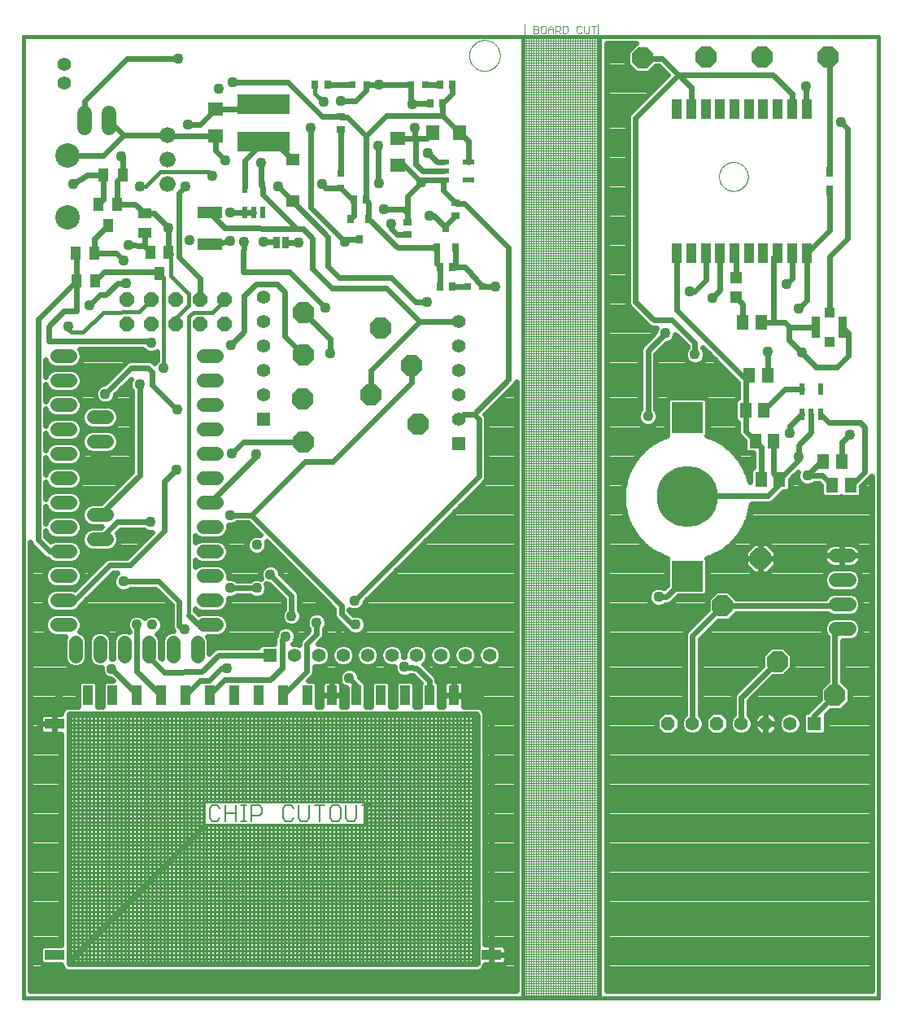
<source format=gtl>
G75*
%MOIN*%
%OFA0B0*%
%FSLAX25Y25*%
%IPPOS*%
%LPD*%
%AMOC8*
5,1,8,0,0,1.08239X$1,22.5*
%
%ADD10C,0.01600*%
%ADD11C,0.00000*%
%ADD12C,0.00600*%
%ADD13C,0.00394*%
%ADD14C,0.00300*%
%ADD15C,0.02400*%
%ADD16C,0.01000*%
%ADD17C,0.25000*%
%ADD18R,0.12598X0.12598*%
%ADD19C,0.05600*%
%ADD20R,0.05512X0.06299*%
%ADD21R,0.02756X0.03543*%
%ADD22R,0.06299X0.05512*%
%ADD23R,0.05118X0.05906*%
%ADD24R,0.09843X0.04724*%
%ADD25C,0.10000*%
%ADD26R,0.05787X0.05000*%
%ADD27R,0.03150X0.03937*%
%ADD28C,0.06000*%
%ADD29OC8,0.06000*%
%ADD30R,0.21654X0.08465*%
%ADD31R,0.03150X0.03150*%
%ADD32R,0.04724X0.04724*%
%ADD33C,0.06600*%
%ADD34OC8,0.08500*%
%ADD35R,0.03150X0.03543*%
%ADD36R,0.03937X0.05512*%
%ADD37R,0.03543X0.02756*%
%ADD38R,0.04331X0.05512*%
%ADD39R,0.05512X0.04331*%
%ADD40R,0.02500X0.05000*%
%ADD41C,0.05550*%
%ADD42R,0.03937X0.07874*%
%ADD43R,0.07874X0.03937*%
%ADD44C,0.05550*%
%ADD45R,0.05550X0.05550*%
%ADD46OC8,0.05550*%
%ADD47R,0.03346X0.08661*%
%ADD48R,0.03937X0.04134*%
%ADD49R,0.02165X0.04724*%
%ADD50R,0.04724X0.02165*%
%ADD51C,0.04362*%
D10*
X0001800Y0109720D02*
X0001800Y0503421D01*
X0206524Y0503421D01*
X0238020Y0503421D01*
X0352194Y0503421D01*
X0352194Y0109720D01*
X0238020Y0109720D01*
X0206524Y0109720D01*
X0206524Y0503421D01*
X0238020Y0503421D02*
X0238020Y0109720D01*
X0206524Y0109720D02*
X0001800Y0109720D01*
X0069517Y0266413D02*
X0069517Y0388461D01*
X0070304Y0389248D01*
X0071485Y0390429D01*
X0079359Y0390429D01*
X0084320Y0395390D01*
X0069517Y0393185D02*
X0064320Y0387988D01*
X0069517Y0393185D02*
X0069517Y0397909D01*
X0062036Y0405390D01*
X0062036Y0414327D01*
X0057587Y0406374D02*
X0059280Y0404681D01*
X0059280Y0367594D01*
X0049044Y0390626D02*
X0034477Y0390429D01*
X0026209Y0382161D01*
X0021485Y0382161D01*
X0020304Y0383343D01*
X0020304Y0384524D01*
X0049044Y0390626D02*
X0054320Y0395508D01*
X0051879Y0441965D02*
X0049398Y0441965D01*
X0051879Y0441965D02*
X0057706Y0447791D01*
X0077902Y0447791D01*
X0079359Y0446335D01*
X0121288Y0479996D02*
X0121288Y0483736D01*
X0121288Y0479996D02*
X0124831Y0476453D01*
D11*
X0184477Y0495547D02*
X0184479Y0495705D01*
X0184485Y0495863D01*
X0184495Y0496021D01*
X0184509Y0496179D01*
X0184527Y0496336D01*
X0184548Y0496493D01*
X0184574Y0496649D01*
X0184604Y0496805D01*
X0184637Y0496960D01*
X0184675Y0497113D01*
X0184716Y0497266D01*
X0184761Y0497418D01*
X0184810Y0497569D01*
X0184863Y0497718D01*
X0184919Y0497866D01*
X0184979Y0498012D01*
X0185043Y0498157D01*
X0185111Y0498300D01*
X0185182Y0498442D01*
X0185256Y0498582D01*
X0185334Y0498719D01*
X0185416Y0498855D01*
X0185500Y0498989D01*
X0185589Y0499120D01*
X0185680Y0499249D01*
X0185775Y0499376D01*
X0185872Y0499501D01*
X0185973Y0499623D01*
X0186077Y0499742D01*
X0186184Y0499859D01*
X0186294Y0499973D01*
X0186407Y0500084D01*
X0186522Y0500193D01*
X0186640Y0500298D01*
X0186761Y0500400D01*
X0186884Y0500500D01*
X0187010Y0500596D01*
X0187138Y0500689D01*
X0187268Y0500779D01*
X0187401Y0500865D01*
X0187536Y0500949D01*
X0187672Y0501028D01*
X0187811Y0501105D01*
X0187952Y0501177D01*
X0188094Y0501247D01*
X0188238Y0501312D01*
X0188384Y0501374D01*
X0188531Y0501432D01*
X0188680Y0501487D01*
X0188830Y0501538D01*
X0188981Y0501585D01*
X0189133Y0501628D01*
X0189286Y0501667D01*
X0189441Y0501703D01*
X0189596Y0501734D01*
X0189752Y0501762D01*
X0189908Y0501786D01*
X0190065Y0501806D01*
X0190223Y0501822D01*
X0190380Y0501834D01*
X0190539Y0501842D01*
X0190697Y0501846D01*
X0190855Y0501846D01*
X0191013Y0501842D01*
X0191172Y0501834D01*
X0191329Y0501822D01*
X0191487Y0501806D01*
X0191644Y0501786D01*
X0191800Y0501762D01*
X0191956Y0501734D01*
X0192111Y0501703D01*
X0192266Y0501667D01*
X0192419Y0501628D01*
X0192571Y0501585D01*
X0192722Y0501538D01*
X0192872Y0501487D01*
X0193021Y0501432D01*
X0193168Y0501374D01*
X0193314Y0501312D01*
X0193458Y0501247D01*
X0193600Y0501177D01*
X0193741Y0501105D01*
X0193880Y0501028D01*
X0194016Y0500949D01*
X0194151Y0500865D01*
X0194284Y0500779D01*
X0194414Y0500689D01*
X0194542Y0500596D01*
X0194668Y0500500D01*
X0194791Y0500400D01*
X0194912Y0500298D01*
X0195030Y0500193D01*
X0195145Y0500084D01*
X0195258Y0499973D01*
X0195368Y0499859D01*
X0195475Y0499742D01*
X0195579Y0499623D01*
X0195680Y0499501D01*
X0195777Y0499376D01*
X0195872Y0499249D01*
X0195963Y0499120D01*
X0196052Y0498989D01*
X0196136Y0498855D01*
X0196218Y0498719D01*
X0196296Y0498582D01*
X0196370Y0498442D01*
X0196441Y0498300D01*
X0196509Y0498157D01*
X0196573Y0498012D01*
X0196633Y0497866D01*
X0196689Y0497718D01*
X0196742Y0497569D01*
X0196791Y0497418D01*
X0196836Y0497266D01*
X0196877Y0497113D01*
X0196915Y0496960D01*
X0196948Y0496805D01*
X0196978Y0496649D01*
X0197004Y0496493D01*
X0197025Y0496336D01*
X0197043Y0496179D01*
X0197057Y0496021D01*
X0197067Y0495863D01*
X0197073Y0495705D01*
X0197075Y0495547D01*
X0197073Y0495389D01*
X0197067Y0495231D01*
X0197057Y0495073D01*
X0197043Y0494915D01*
X0197025Y0494758D01*
X0197004Y0494601D01*
X0196978Y0494445D01*
X0196948Y0494289D01*
X0196915Y0494134D01*
X0196877Y0493981D01*
X0196836Y0493828D01*
X0196791Y0493676D01*
X0196742Y0493525D01*
X0196689Y0493376D01*
X0196633Y0493228D01*
X0196573Y0493082D01*
X0196509Y0492937D01*
X0196441Y0492794D01*
X0196370Y0492652D01*
X0196296Y0492512D01*
X0196218Y0492375D01*
X0196136Y0492239D01*
X0196052Y0492105D01*
X0195963Y0491974D01*
X0195872Y0491845D01*
X0195777Y0491718D01*
X0195680Y0491593D01*
X0195579Y0491471D01*
X0195475Y0491352D01*
X0195368Y0491235D01*
X0195258Y0491121D01*
X0195145Y0491010D01*
X0195030Y0490901D01*
X0194912Y0490796D01*
X0194791Y0490694D01*
X0194668Y0490594D01*
X0194542Y0490498D01*
X0194414Y0490405D01*
X0194284Y0490315D01*
X0194151Y0490229D01*
X0194016Y0490145D01*
X0193880Y0490066D01*
X0193741Y0489989D01*
X0193600Y0489917D01*
X0193458Y0489847D01*
X0193314Y0489782D01*
X0193168Y0489720D01*
X0193021Y0489662D01*
X0192872Y0489607D01*
X0192722Y0489556D01*
X0192571Y0489509D01*
X0192419Y0489466D01*
X0192266Y0489427D01*
X0192111Y0489391D01*
X0191956Y0489360D01*
X0191800Y0489332D01*
X0191644Y0489308D01*
X0191487Y0489288D01*
X0191329Y0489272D01*
X0191172Y0489260D01*
X0191013Y0489252D01*
X0190855Y0489248D01*
X0190697Y0489248D01*
X0190539Y0489252D01*
X0190380Y0489260D01*
X0190223Y0489272D01*
X0190065Y0489288D01*
X0189908Y0489308D01*
X0189752Y0489332D01*
X0189596Y0489360D01*
X0189441Y0489391D01*
X0189286Y0489427D01*
X0189133Y0489466D01*
X0188981Y0489509D01*
X0188830Y0489556D01*
X0188680Y0489607D01*
X0188531Y0489662D01*
X0188384Y0489720D01*
X0188238Y0489782D01*
X0188094Y0489847D01*
X0187952Y0489917D01*
X0187811Y0489989D01*
X0187672Y0490066D01*
X0187536Y0490145D01*
X0187401Y0490229D01*
X0187268Y0490315D01*
X0187138Y0490405D01*
X0187010Y0490498D01*
X0186884Y0490594D01*
X0186761Y0490694D01*
X0186640Y0490796D01*
X0186522Y0490901D01*
X0186407Y0491010D01*
X0186294Y0491121D01*
X0186184Y0491235D01*
X0186077Y0491352D01*
X0185973Y0491471D01*
X0185872Y0491593D01*
X0185775Y0491718D01*
X0185680Y0491845D01*
X0185589Y0491974D01*
X0185500Y0492105D01*
X0185416Y0492239D01*
X0185334Y0492375D01*
X0185256Y0492512D01*
X0185182Y0492652D01*
X0185111Y0492794D01*
X0185043Y0492937D01*
X0184979Y0493082D01*
X0184919Y0493228D01*
X0184863Y0493376D01*
X0184810Y0493525D01*
X0184761Y0493676D01*
X0184716Y0493828D01*
X0184675Y0493981D01*
X0184637Y0494134D01*
X0184604Y0494289D01*
X0184574Y0494445D01*
X0184548Y0494601D01*
X0184527Y0494758D01*
X0184509Y0494915D01*
X0184495Y0495073D01*
X0184485Y0495231D01*
X0184479Y0495389D01*
X0184477Y0495547D01*
X0286918Y0445980D02*
X0286920Y0446133D01*
X0286926Y0446287D01*
X0286936Y0446440D01*
X0286950Y0446592D01*
X0286968Y0446745D01*
X0286990Y0446896D01*
X0287015Y0447047D01*
X0287045Y0447198D01*
X0287079Y0447348D01*
X0287116Y0447496D01*
X0287157Y0447644D01*
X0287202Y0447790D01*
X0287251Y0447936D01*
X0287304Y0448080D01*
X0287360Y0448222D01*
X0287420Y0448363D01*
X0287484Y0448503D01*
X0287551Y0448641D01*
X0287622Y0448777D01*
X0287697Y0448911D01*
X0287774Y0449043D01*
X0287856Y0449173D01*
X0287940Y0449301D01*
X0288028Y0449427D01*
X0288119Y0449550D01*
X0288213Y0449671D01*
X0288311Y0449789D01*
X0288411Y0449905D01*
X0288515Y0450018D01*
X0288621Y0450129D01*
X0288730Y0450237D01*
X0288842Y0450342D01*
X0288956Y0450443D01*
X0289074Y0450542D01*
X0289193Y0450638D01*
X0289315Y0450731D01*
X0289440Y0450820D01*
X0289567Y0450907D01*
X0289696Y0450989D01*
X0289827Y0451069D01*
X0289960Y0451145D01*
X0290095Y0451218D01*
X0290232Y0451287D01*
X0290371Y0451352D01*
X0290511Y0451414D01*
X0290653Y0451472D01*
X0290796Y0451527D01*
X0290941Y0451578D01*
X0291087Y0451625D01*
X0291234Y0451668D01*
X0291382Y0451707D01*
X0291531Y0451743D01*
X0291681Y0451774D01*
X0291832Y0451802D01*
X0291983Y0451826D01*
X0292136Y0451846D01*
X0292288Y0451862D01*
X0292441Y0451874D01*
X0292594Y0451882D01*
X0292747Y0451886D01*
X0292901Y0451886D01*
X0293054Y0451882D01*
X0293207Y0451874D01*
X0293360Y0451862D01*
X0293512Y0451846D01*
X0293665Y0451826D01*
X0293816Y0451802D01*
X0293967Y0451774D01*
X0294117Y0451743D01*
X0294266Y0451707D01*
X0294414Y0451668D01*
X0294561Y0451625D01*
X0294707Y0451578D01*
X0294852Y0451527D01*
X0294995Y0451472D01*
X0295137Y0451414D01*
X0295277Y0451352D01*
X0295416Y0451287D01*
X0295553Y0451218D01*
X0295688Y0451145D01*
X0295821Y0451069D01*
X0295952Y0450989D01*
X0296081Y0450907D01*
X0296208Y0450820D01*
X0296333Y0450731D01*
X0296455Y0450638D01*
X0296574Y0450542D01*
X0296692Y0450443D01*
X0296806Y0450342D01*
X0296918Y0450237D01*
X0297027Y0450129D01*
X0297133Y0450018D01*
X0297237Y0449905D01*
X0297337Y0449789D01*
X0297435Y0449671D01*
X0297529Y0449550D01*
X0297620Y0449427D01*
X0297708Y0449301D01*
X0297792Y0449173D01*
X0297874Y0449043D01*
X0297951Y0448911D01*
X0298026Y0448777D01*
X0298097Y0448641D01*
X0298164Y0448503D01*
X0298228Y0448363D01*
X0298288Y0448222D01*
X0298344Y0448080D01*
X0298397Y0447936D01*
X0298446Y0447790D01*
X0298491Y0447644D01*
X0298532Y0447496D01*
X0298569Y0447348D01*
X0298603Y0447198D01*
X0298633Y0447047D01*
X0298658Y0446896D01*
X0298680Y0446745D01*
X0298698Y0446592D01*
X0298712Y0446440D01*
X0298722Y0446287D01*
X0298728Y0446133D01*
X0298730Y0445980D01*
X0298728Y0445827D01*
X0298722Y0445673D01*
X0298712Y0445520D01*
X0298698Y0445368D01*
X0298680Y0445215D01*
X0298658Y0445064D01*
X0298633Y0444913D01*
X0298603Y0444762D01*
X0298569Y0444612D01*
X0298532Y0444464D01*
X0298491Y0444316D01*
X0298446Y0444170D01*
X0298397Y0444024D01*
X0298344Y0443880D01*
X0298288Y0443738D01*
X0298228Y0443597D01*
X0298164Y0443457D01*
X0298097Y0443319D01*
X0298026Y0443183D01*
X0297951Y0443049D01*
X0297874Y0442917D01*
X0297792Y0442787D01*
X0297708Y0442659D01*
X0297620Y0442533D01*
X0297529Y0442410D01*
X0297435Y0442289D01*
X0297337Y0442171D01*
X0297237Y0442055D01*
X0297133Y0441942D01*
X0297027Y0441831D01*
X0296918Y0441723D01*
X0296806Y0441618D01*
X0296692Y0441517D01*
X0296574Y0441418D01*
X0296455Y0441322D01*
X0296333Y0441229D01*
X0296208Y0441140D01*
X0296081Y0441053D01*
X0295952Y0440971D01*
X0295821Y0440891D01*
X0295688Y0440815D01*
X0295553Y0440742D01*
X0295416Y0440673D01*
X0295277Y0440608D01*
X0295137Y0440546D01*
X0294995Y0440488D01*
X0294852Y0440433D01*
X0294707Y0440382D01*
X0294561Y0440335D01*
X0294414Y0440292D01*
X0294266Y0440253D01*
X0294117Y0440217D01*
X0293967Y0440186D01*
X0293816Y0440158D01*
X0293665Y0440134D01*
X0293512Y0440114D01*
X0293360Y0440098D01*
X0293207Y0440086D01*
X0293054Y0440078D01*
X0292901Y0440074D01*
X0292747Y0440074D01*
X0292594Y0440078D01*
X0292441Y0440086D01*
X0292288Y0440098D01*
X0292136Y0440114D01*
X0291983Y0440134D01*
X0291832Y0440158D01*
X0291681Y0440186D01*
X0291531Y0440217D01*
X0291382Y0440253D01*
X0291234Y0440292D01*
X0291087Y0440335D01*
X0290941Y0440382D01*
X0290796Y0440433D01*
X0290653Y0440488D01*
X0290511Y0440546D01*
X0290371Y0440608D01*
X0290232Y0440673D01*
X0290095Y0440742D01*
X0289960Y0440815D01*
X0289827Y0440891D01*
X0289696Y0440971D01*
X0289567Y0441053D01*
X0289440Y0441140D01*
X0289315Y0441229D01*
X0289193Y0441322D01*
X0289074Y0441418D01*
X0288956Y0441517D01*
X0288842Y0441618D01*
X0288730Y0441723D01*
X0288621Y0441831D01*
X0288515Y0441942D01*
X0288411Y0442055D01*
X0288311Y0442171D01*
X0288213Y0442289D01*
X0288119Y0442410D01*
X0288028Y0442533D01*
X0287940Y0442659D01*
X0287856Y0442787D01*
X0287774Y0442917D01*
X0287697Y0443049D01*
X0287622Y0443183D01*
X0287551Y0443319D01*
X0287484Y0443457D01*
X0287420Y0443597D01*
X0287360Y0443738D01*
X0287304Y0443880D01*
X0287251Y0444024D01*
X0287202Y0444170D01*
X0287157Y0444316D01*
X0287116Y0444464D01*
X0287079Y0444612D01*
X0287045Y0444762D01*
X0287015Y0444913D01*
X0286990Y0445064D01*
X0286968Y0445215D01*
X0286950Y0445368D01*
X0286936Y0445520D01*
X0286926Y0445673D01*
X0286920Y0445827D01*
X0286918Y0445980D01*
X0188729Y0225705D02*
X0019438Y0225705D01*
X0019438Y0123343D01*
X0188729Y0123343D01*
X0188729Y0225705D01*
D12*
X0144661Y0188473D02*
X0140391Y0188473D01*
X0142526Y0188473D02*
X0142526Y0182068D01*
X0138216Y0183135D02*
X0138216Y0188473D01*
X0133945Y0188473D02*
X0133945Y0183135D01*
X0135013Y0182068D01*
X0137148Y0182068D01*
X0138216Y0183135D01*
X0131770Y0183135D02*
X0131770Y0187406D01*
X0130702Y0188473D01*
X0128567Y0188473D01*
X0127500Y0187406D01*
X0127500Y0183135D01*
X0128567Y0182068D01*
X0130702Y0182068D01*
X0131770Y0183135D01*
X0125325Y0188473D02*
X0121054Y0188473D01*
X0123189Y0188473D02*
X0123189Y0182068D01*
X0118879Y0183135D02*
X0118879Y0188473D01*
X0114609Y0188473D02*
X0114609Y0183135D01*
X0115676Y0182068D01*
X0117811Y0182068D01*
X0118879Y0183135D01*
X0112434Y0183135D02*
X0111366Y0182068D01*
X0109231Y0182068D01*
X0108163Y0183135D01*
X0108163Y0187406D01*
X0109231Y0188473D01*
X0111366Y0188473D01*
X0112434Y0187406D01*
X0099543Y0187406D02*
X0099543Y0185270D01*
X0098475Y0184203D01*
X0095272Y0184203D01*
X0095272Y0182068D02*
X0095272Y0188473D01*
X0098475Y0188473D01*
X0099543Y0187406D01*
X0093110Y0188473D02*
X0090975Y0188473D01*
X0092043Y0188473D02*
X0092043Y0182068D01*
X0093110Y0182068D02*
X0090975Y0182068D01*
X0088800Y0182068D02*
X0088800Y0188473D01*
X0088800Y0185270D02*
X0084530Y0185270D01*
X0082355Y0183135D02*
X0081287Y0182068D01*
X0079152Y0182068D01*
X0078084Y0183135D01*
X0078084Y0187406D01*
X0079152Y0188473D01*
X0081287Y0188473D01*
X0082355Y0187406D01*
X0084530Y0188473D02*
X0084530Y0182068D01*
D13*
X0207312Y0181720D02*
X0237233Y0181720D01*
X0237233Y0180720D02*
X0207312Y0180720D01*
X0207312Y0179720D02*
X0237233Y0179720D01*
X0237233Y0178720D02*
X0207312Y0178720D01*
X0207312Y0177720D02*
X0237233Y0177720D01*
X0237233Y0176720D02*
X0207312Y0176720D01*
X0207312Y0175720D02*
X0237233Y0175720D01*
X0237233Y0174720D02*
X0207312Y0174720D01*
X0207312Y0173720D02*
X0237233Y0173720D01*
X0237233Y0172720D02*
X0207312Y0172720D01*
X0207312Y0171720D02*
X0237233Y0171720D01*
X0237233Y0170720D02*
X0207312Y0170720D01*
X0207312Y0169720D02*
X0237233Y0169720D01*
X0237233Y0168720D02*
X0207312Y0168720D01*
X0207312Y0167720D02*
X0237233Y0167720D01*
X0237233Y0166720D02*
X0207312Y0166720D01*
X0207312Y0165720D02*
X0237233Y0165720D01*
X0237233Y0164720D02*
X0207312Y0164720D01*
X0207312Y0163720D02*
X0237233Y0163720D01*
X0237233Y0162720D02*
X0207312Y0162720D01*
X0207312Y0161720D02*
X0237233Y0161720D01*
X0237233Y0160720D02*
X0207312Y0160720D01*
X0207312Y0159720D02*
X0237233Y0159720D01*
X0237233Y0158720D02*
X0207312Y0158720D01*
X0207312Y0157720D02*
X0237233Y0157720D01*
X0237233Y0156720D02*
X0207312Y0156720D01*
X0207312Y0155720D02*
X0237233Y0155720D01*
X0237233Y0154720D02*
X0207312Y0154720D01*
X0207312Y0153720D02*
X0237233Y0153720D01*
X0237233Y0152720D02*
X0207312Y0152720D01*
X0207312Y0151720D02*
X0237233Y0151720D01*
X0237233Y0150720D02*
X0207312Y0150720D01*
X0207312Y0149720D02*
X0237233Y0149720D01*
X0237233Y0148720D02*
X0207312Y0148720D01*
X0207312Y0147720D02*
X0237233Y0147720D01*
X0237233Y0146720D02*
X0207312Y0146720D01*
X0207312Y0145720D02*
X0237233Y0145720D01*
X0237233Y0144720D02*
X0207312Y0144720D01*
X0207312Y0143720D02*
X0237233Y0143720D01*
X0237233Y0142720D02*
X0207312Y0142720D01*
X0207312Y0141720D02*
X0237233Y0141720D01*
X0237233Y0140720D02*
X0207312Y0140720D01*
X0207312Y0139720D02*
X0237233Y0139720D01*
X0237233Y0138720D02*
X0207312Y0138720D01*
X0207312Y0137720D02*
X0237233Y0137720D01*
X0237233Y0136720D02*
X0207312Y0136720D01*
X0207312Y0135720D02*
X0237233Y0135720D01*
X0237233Y0134720D02*
X0207312Y0134720D01*
X0207312Y0133720D02*
X0237233Y0133720D01*
X0237233Y0132720D02*
X0207312Y0132720D01*
X0207312Y0131720D02*
X0237233Y0131720D01*
X0237233Y0130720D02*
X0207312Y0130720D01*
X0207312Y0129720D02*
X0237233Y0129720D01*
X0237233Y0128720D02*
X0207312Y0128720D01*
X0207312Y0127720D02*
X0237233Y0127720D01*
X0237233Y0126720D02*
X0207312Y0126720D01*
X0207312Y0125720D02*
X0237233Y0125720D01*
X0237233Y0124720D02*
X0207312Y0124720D01*
X0207312Y0123720D02*
X0237233Y0123720D01*
X0237233Y0122720D02*
X0207312Y0122720D01*
X0207312Y0121720D02*
X0237233Y0121720D01*
X0237233Y0120720D02*
X0207312Y0120720D01*
X0207312Y0119720D02*
X0237233Y0119720D01*
X0237233Y0118720D02*
X0207312Y0118720D01*
X0207312Y0117720D02*
X0237233Y0117720D01*
X0237233Y0116720D02*
X0207312Y0116720D01*
X0207312Y0115720D02*
X0237233Y0115720D01*
X0237233Y0114720D02*
X0207312Y0114720D01*
X0207312Y0113720D02*
X0237233Y0113720D01*
X0237233Y0112720D02*
X0207312Y0112720D01*
X0207312Y0111720D02*
X0237233Y0111720D01*
X0237233Y0110720D02*
X0207312Y0110720D01*
X0207312Y0110508D02*
X0207312Y0502634D01*
X0207312Y0508146D01*
X0207312Y0502634D02*
X0237233Y0502634D01*
X0237233Y0110508D01*
X0207312Y0110508D01*
X0207800Y0110508D02*
X0207800Y0502634D01*
X0208800Y0502634D02*
X0208800Y0110508D01*
X0209800Y0110508D02*
X0209800Y0502634D01*
X0210800Y0502634D02*
X0210800Y0110508D01*
X0211800Y0110508D02*
X0211800Y0502634D01*
X0212800Y0502634D02*
X0212800Y0110508D01*
X0213800Y0110508D02*
X0213800Y0502634D01*
X0214800Y0502634D02*
X0214800Y0110508D01*
X0215800Y0110508D02*
X0215800Y0502634D01*
X0216800Y0502634D02*
X0216800Y0110508D01*
X0217800Y0110508D02*
X0217800Y0502634D01*
X0218800Y0502634D02*
X0218800Y0110508D01*
X0219800Y0110508D02*
X0219800Y0502634D01*
X0220800Y0502634D02*
X0220800Y0110508D01*
X0221800Y0110508D02*
X0221800Y0502634D01*
X0222800Y0502634D02*
X0222800Y0110508D01*
X0223800Y0110508D02*
X0223800Y0502634D01*
X0224800Y0502634D02*
X0224800Y0110508D01*
X0225800Y0110508D02*
X0225800Y0502634D01*
X0226800Y0502634D02*
X0226800Y0110508D01*
X0227800Y0110508D02*
X0227800Y0502634D01*
X0228800Y0502634D02*
X0228800Y0110508D01*
X0229800Y0110508D02*
X0229800Y0502634D01*
X0230800Y0502634D02*
X0230800Y0110508D01*
X0231800Y0110508D02*
X0231800Y0502634D01*
X0232800Y0502634D02*
X0232800Y0110508D01*
X0233800Y0110508D02*
X0233800Y0502634D01*
X0234800Y0502634D02*
X0234800Y0110508D01*
X0235800Y0110508D02*
X0235800Y0502634D01*
X0236800Y0502634D02*
X0236800Y0110508D01*
X0237233Y0182720D02*
X0207312Y0182720D01*
X0207312Y0183720D02*
X0237233Y0183720D01*
X0237233Y0184720D02*
X0207312Y0184720D01*
X0207312Y0185720D02*
X0237233Y0185720D01*
X0237233Y0186720D02*
X0207312Y0186720D01*
X0207312Y0187720D02*
X0237233Y0187720D01*
X0237233Y0188720D02*
X0207312Y0188720D01*
X0207312Y0189720D02*
X0237233Y0189720D01*
X0237233Y0190720D02*
X0207312Y0190720D01*
X0207312Y0191720D02*
X0237233Y0191720D01*
X0237233Y0192720D02*
X0207312Y0192720D01*
X0207312Y0193720D02*
X0237233Y0193720D01*
X0237233Y0194720D02*
X0207312Y0194720D01*
X0207312Y0195720D02*
X0237233Y0195720D01*
X0237233Y0196720D02*
X0207312Y0196720D01*
X0207312Y0197720D02*
X0237233Y0197720D01*
X0237233Y0198720D02*
X0207312Y0198720D01*
X0207312Y0199720D02*
X0237233Y0199720D01*
X0237233Y0200720D02*
X0207312Y0200720D01*
X0207312Y0201720D02*
X0237233Y0201720D01*
X0237233Y0202720D02*
X0207312Y0202720D01*
X0207312Y0203720D02*
X0237233Y0203720D01*
X0237233Y0204720D02*
X0207312Y0204720D01*
X0207312Y0205720D02*
X0237233Y0205720D01*
X0237233Y0206720D02*
X0207312Y0206720D01*
X0207312Y0207720D02*
X0237233Y0207720D01*
X0237233Y0208720D02*
X0207312Y0208720D01*
X0207312Y0209720D02*
X0237233Y0209720D01*
X0237233Y0210720D02*
X0207312Y0210720D01*
X0207312Y0211720D02*
X0237233Y0211720D01*
X0237233Y0212720D02*
X0207312Y0212720D01*
X0207312Y0213720D02*
X0237233Y0213720D01*
X0237233Y0214720D02*
X0207312Y0214720D01*
X0207312Y0215720D02*
X0237233Y0215720D01*
X0237233Y0216720D02*
X0207312Y0216720D01*
X0207312Y0217720D02*
X0237233Y0217720D01*
X0237233Y0218720D02*
X0207312Y0218720D01*
X0207312Y0219720D02*
X0237233Y0219720D01*
X0237233Y0220720D02*
X0207312Y0220720D01*
X0207312Y0221720D02*
X0237233Y0221720D01*
X0237233Y0222720D02*
X0207312Y0222720D01*
X0207312Y0223720D02*
X0237233Y0223720D01*
X0237233Y0224720D02*
X0207312Y0224720D01*
X0207312Y0225720D02*
X0237233Y0225720D01*
X0237233Y0226720D02*
X0207312Y0226720D01*
X0207312Y0227720D02*
X0237233Y0227720D01*
X0237233Y0228720D02*
X0207312Y0228720D01*
X0207312Y0229720D02*
X0237233Y0229720D01*
X0237233Y0230720D02*
X0207312Y0230720D01*
X0207312Y0231720D02*
X0237233Y0231720D01*
X0237233Y0232720D02*
X0207312Y0232720D01*
X0207312Y0233720D02*
X0237233Y0233720D01*
X0237233Y0234720D02*
X0207312Y0234720D01*
X0207312Y0235720D02*
X0237233Y0235720D01*
X0237233Y0236720D02*
X0207312Y0236720D01*
X0207312Y0237720D02*
X0237233Y0237720D01*
X0237233Y0238720D02*
X0207312Y0238720D01*
X0207312Y0239720D02*
X0237233Y0239720D01*
X0237233Y0240720D02*
X0207312Y0240720D01*
X0207312Y0241720D02*
X0237233Y0241720D01*
X0237233Y0242720D02*
X0207312Y0242720D01*
X0207312Y0243720D02*
X0237233Y0243720D01*
X0237233Y0244720D02*
X0207312Y0244720D01*
X0207312Y0245720D02*
X0237233Y0245720D01*
X0237233Y0246720D02*
X0207312Y0246720D01*
X0207312Y0247720D02*
X0237233Y0247720D01*
X0237233Y0248720D02*
X0207312Y0248720D01*
X0207312Y0249720D02*
X0237233Y0249720D01*
X0237233Y0250720D02*
X0207312Y0250720D01*
X0207312Y0251720D02*
X0237233Y0251720D01*
X0237233Y0252720D02*
X0207312Y0252720D01*
X0207312Y0253720D02*
X0237233Y0253720D01*
X0237233Y0254720D02*
X0207312Y0254720D01*
X0207312Y0255720D02*
X0237233Y0255720D01*
X0237233Y0256720D02*
X0207312Y0256720D01*
X0207312Y0257720D02*
X0237233Y0257720D01*
X0237233Y0258720D02*
X0207312Y0258720D01*
X0207312Y0259720D02*
X0237233Y0259720D01*
X0237233Y0260720D02*
X0207312Y0260720D01*
X0207312Y0261720D02*
X0237233Y0261720D01*
X0237233Y0262720D02*
X0207312Y0262720D01*
X0207312Y0263720D02*
X0237233Y0263720D01*
X0237233Y0264720D02*
X0207312Y0264720D01*
X0207312Y0265720D02*
X0237233Y0265720D01*
X0237233Y0266720D02*
X0207312Y0266720D01*
X0207312Y0267720D02*
X0237233Y0267720D01*
X0237233Y0268720D02*
X0207312Y0268720D01*
X0207312Y0269720D02*
X0237233Y0269720D01*
X0237233Y0270720D02*
X0207312Y0270720D01*
X0207312Y0271720D02*
X0237233Y0271720D01*
X0237233Y0272720D02*
X0207312Y0272720D01*
X0207312Y0273720D02*
X0237233Y0273720D01*
X0237233Y0274720D02*
X0207312Y0274720D01*
X0207312Y0275720D02*
X0237233Y0275720D01*
X0237233Y0276720D02*
X0207312Y0276720D01*
X0207312Y0277720D02*
X0237233Y0277720D01*
X0237233Y0278720D02*
X0207312Y0278720D01*
X0207312Y0279720D02*
X0237233Y0279720D01*
X0237233Y0280720D02*
X0207312Y0280720D01*
X0207312Y0281720D02*
X0237233Y0281720D01*
X0237233Y0282720D02*
X0207312Y0282720D01*
X0207312Y0283720D02*
X0237233Y0283720D01*
X0237233Y0284720D02*
X0207312Y0284720D01*
X0207312Y0285720D02*
X0237233Y0285720D01*
X0237233Y0286720D02*
X0207312Y0286720D01*
X0207312Y0287720D02*
X0237233Y0287720D01*
X0237233Y0288720D02*
X0207312Y0288720D01*
X0207312Y0289720D02*
X0237233Y0289720D01*
X0237233Y0290720D02*
X0207312Y0290720D01*
X0207312Y0291720D02*
X0237233Y0291720D01*
X0237233Y0292720D02*
X0207312Y0292720D01*
X0207312Y0293720D02*
X0237233Y0293720D01*
X0237233Y0294720D02*
X0207312Y0294720D01*
X0207312Y0295720D02*
X0237233Y0295720D01*
X0237233Y0296720D02*
X0207312Y0296720D01*
X0207312Y0297720D02*
X0237233Y0297720D01*
X0237233Y0298720D02*
X0207312Y0298720D01*
X0207312Y0299720D02*
X0237233Y0299720D01*
X0237233Y0300720D02*
X0207312Y0300720D01*
X0207312Y0301720D02*
X0237233Y0301720D01*
X0237233Y0302720D02*
X0207312Y0302720D01*
X0207312Y0303720D02*
X0237233Y0303720D01*
X0237233Y0304720D02*
X0207312Y0304720D01*
X0207312Y0305720D02*
X0237233Y0305720D01*
X0237233Y0306720D02*
X0207312Y0306720D01*
X0207312Y0307720D02*
X0237233Y0307720D01*
X0237233Y0308720D02*
X0207312Y0308720D01*
X0207312Y0309720D02*
X0237233Y0309720D01*
X0237233Y0310720D02*
X0207312Y0310720D01*
X0207312Y0311720D02*
X0237233Y0311720D01*
X0237233Y0312720D02*
X0207312Y0312720D01*
X0207312Y0313720D02*
X0237233Y0313720D01*
X0237233Y0314720D02*
X0207312Y0314720D01*
X0207312Y0315720D02*
X0237233Y0315720D01*
X0237233Y0316720D02*
X0207312Y0316720D01*
X0207312Y0317720D02*
X0237233Y0317720D01*
X0237233Y0318720D02*
X0207312Y0318720D01*
X0207312Y0319720D02*
X0237233Y0319720D01*
X0237233Y0320720D02*
X0207312Y0320720D01*
X0207312Y0321720D02*
X0237233Y0321720D01*
X0237233Y0322720D02*
X0207312Y0322720D01*
X0207312Y0323720D02*
X0237233Y0323720D01*
X0237233Y0324720D02*
X0207312Y0324720D01*
X0207312Y0325720D02*
X0237233Y0325720D01*
X0237233Y0326720D02*
X0207312Y0326720D01*
X0207312Y0327720D02*
X0237233Y0327720D01*
X0237233Y0328720D02*
X0207312Y0328720D01*
X0207312Y0329720D02*
X0237233Y0329720D01*
X0237233Y0330720D02*
X0207312Y0330720D01*
X0207312Y0331720D02*
X0237233Y0331720D01*
X0237233Y0332720D02*
X0207312Y0332720D01*
X0207312Y0333720D02*
X0237233Y0333720D01*
X0237233Y0334720D02*
X0207312Y0334720D01*
X0207312Y0335720D02*
X0237233Y0335720D01*
X0237233Y0336720D02*
X0207312Y0336720D01*
X0207312Y0337720D02*
X0237233Y0337720D01*
X0237233Y0338720D02*
X0207312Y0338720D01*
X0207312Y0339720D02*
X0237233Y0339720D01*
X0237233Y0340720D02*
X0207312Y0340720D01*
X0207312Y0341720D02*
X0237233Y0341720D01*
X0237233Y0342720D02*
X0207312Y0342720D01*
X0207312Y0343720D02*
X0237233Y0343720D01*
X0237233Y0344720D02*
X0207312Y0344720D01*
X0207312Y0345720D02*
X0237233Y0345720D01*
X0237233Y0346720D02*
X0207312Y0346720D01*
X0207312Y0347720D02*
X0237233Y0347720D01*
X0237233Y0348720D02*
X0207312Y0348720D01*
X0207312Y0349720D02*
X0237233Y0349720D01*
X0237233Y0350720D02*
X0207312Y0350720D01*
X0207312Y0351720D02*
X0237233Y0351720D01*
X0237233Y0352720D02*
X0207312Y0352720D01*
X0207312Y0353720D02*
X0237233Y0353720D01*
X0237233Y0354720D02*
X0207312Y0354720D01*
X0207312Y0355720D02*
X0237233Y0355720D01*
X0237233Y0356720D02*
X0207312Y0356720D01*
X0207312Y0357720D02*
X0237233Y0357720D01*
X0237233Y0358720D02*
X0207312Y0358720D01*
X0207312Y0359720D02*
X0237233Y0359720D01*
X0237233Y0360720D02*
X0207312Y0360720D01*
X0207312Y0361720D02*
X0237233Y0361720D01*
X0237233Y0362720D02*
X0207312Y0362720D01*
X0207312Y0363720D02*
X0237233Y0363720D01*
X0237233Y0364720D02*
X0207312Y0364720D01*
X0207312Y0365720D02*
X0237233Y0365720D01*
X0237233Y0366720D02*
X0207312Y0366720D01*
X0207312Y0367720D02*
X0237233Y0367720D01*
X0237233Y0368720D02*
X0207312Y0368720D01*
X0207312Y0369720D02*
X0237233Y0369720D01*
X0237233Y0370720D02*
X0207312Y0370720D01*
X0207312Y0371720D02*
X0237233Y0371720D01*
X0237233Y0372720D02*
X0207312Y0372720D01*
X0207312Y0373720D02*
X0237233Y0373720D01*
X0237233Y0374720D02*
X0207312Y0374720D01*
X0207312Y0375720D02*
X0237233Y0375720D01*
X0237233Y0376720D02*
X0207312Y0376720D01*
X0207312Y0377720D02*
X0237233Y0377720D01*
X0237233Y0378720D02*
X0207312Y0378720D01*
X0207312Y0379720D02*
X0237233Y0379720D01*
X0237233Y0380720D02*
X0207312Y0380720D01*
X0207312Y0381720D02*
X0237233Y0381720D01*
X0237233Y0382720D02*
X0207312Y0382720D01*
X0207312Y0383720D02*
X0237233Y0383720D01*
X0237233Y0384720D02*
X0207312Y0384720D01*
X0207312Y0385720D02*
X0237233Y0385720D01*
X0237233Y0386720D02*
X0207312Y0386720D01*
X0207312Y0387720D02*
X0237233Y0387720D01*
X0237233Y0388720D02*
X0207312Y0388720D01*
X0207312Y0389720D02*
X0237233Y0389720D01*
X0237233Y0390720D02*
X0207312Y0390720D01*
X0207312Y0391720D02*
X0237233Y0391720D01*
X0237233Y0392720D02*
X0207312Y0392720D01*
X0207312Y0393720D02*
X0237233Y0393720D01*
X0237233Y0394720D02*
X0207312Y0394720D01*
X0207312Y0395720D02*
X0237233Y0395720D01*
X0237233Y0396720D02*
X0207312Y0396720D01*
X0207312Y0397720D02*
X0237233Y0397720D01*
X0237233Y0398720D02*
X0207312Y0398720D01*
X0207312Y0399720D02*
X0237233Y0399720D01*
X0237233Y0400720D02*
X0207312Y0400720D01*
X0207312Y0401720D02*
X0237233Y0401720D01*
X0237233Y0402720D02*
X0207312Y0402720D01*
X0207312Y0403720D02*
X0237233Y0403720D01*
X0237233Y0404720D02*
X0207312Y0404720D01*
X0207312Y0405720D02*
X0237233Y0405720D01*
X0237233Y0406720D02*
X0207312Y0406720D01*
X0207312Y0407720D02*
X0237233Y0407720D01*
X0237233Y0408720D02*
X0207312Y0408720D01*
X0207312Y0409720D02*
X0237233Y0409720D01*
X0237233Y0410720D02*
X0207312Y0410720D01*
X0207312Y0411720D02*
X0237233Y0411720D01*
X0237233Y0412720D02*
X0207312Y0412720D01*
X0207312Y0413720D02*
X0237233Y0413720D01*
X0237233Y0414720D02*
X0207312Y0414720D01*
X0207312Y0415720D02*
X0237233Y0415720D01*
X0237233Y0416720D02*
X0207312Y0416720D01*
X0207312Y0417720D02*
X0237233Y0417720D01*
X0237233Y0418720D02*
X0207312Y0418720D01*
X0207312Y0419720D02*
X0237233Y0419720D01*
X0237233Y0420720D02*
X0207312Y0420720D01*
X0207312Y0421720D02*
X0237233Y0421720D01*
X0237233Y0422720D02*
X0207312Y0422720D01*
X0207312Y0423720D02*
X0237233Y0423720D01*
X0237233Y0424720D02*
X0207312Y0424720D01*
X0207312Y0425720D02*
X0237233Y0425720D01*
X0237233Y0426720D02*
X0207312Y0426720D01*
X0207312Y0427720D02*
X0237233Y0427720D01*
X0237233Y0428720D02*
X0207312Y0428720D01*
X0207312Y0429720D02*
X0237233Y0429720D01*
X0237233Y0430720D02*
X0207312Y0430720D01*
X0207312Y0431720D02*
X0237233Y0431720D01*
X0237233Y0432720D02*
X0207312Y0432720D01*
X0207312Y0433720D02*
X0237233Y0433720D01*
X0237233Y0434720D02*
X0207312Y0434720D01*
X0207312Y0435720D02*
X0237233Y0435720D01*
X0237233Y0436720D02*
X0207312Y0436720D01*
X0207312Y0437720D02*
X0237233Y0437720D01*
X0237233Y0438720D02*
X0207312Y0438720D01*
X0207312Y0439720D02*
X0237233Y0439720D01*
X0237233Y0440720D02*
X0207312Y0440720D01*
X0207312Y0441720D02*
X0237233Y0441720D01*
X0237233Y0442720D02*
X0207312Y0442720D01*
X0207312Y0443720D02*
X0237233Y0443720D01*
X0237233Y0444720D02*
X0207312Y0444720D01*
X0207312Y0445720D02*
X0237233Y0445720D01*
X0237233Y0446720D02*
X0207312Y0446720D01*
X0207312Y0447720D02*
X0237233Y0447720D01*
X0237233Y0448720D02*
X0207312Y0448720D01*
X0207312Y0449720D02*
X0237233Y0449720D01*
X0237233Y0450720D02*
X0207312Y0450720D01*
X0207312Y0451720D02*
X0237233Y0451720D01*
X0237233Y0452720D02*
X0207312Y0452720D01*
X0207312Y0453720D02*
X0237233Y0453720D01*
X0237233Y0454720D02*
X0207312Y0454720D01*
X0207312Y0455720D02*
X0237233Y0455720D01*
X0237233Y0456720D02*
X0207312Y0456720D01*
X0207312Y0457720D02*
X0237233Y0457720D01*
X0237233Y0458720D02*
X0207312Y0458720D01*
X0207312Y0459720D02*
X0237233Y0459720D01*
X0237233Y0460720D02*
X0207312Y0460720D01*
X0207312Y0461720D02*
X0237233Y0461720D01*
X0237233Y0462720D02*
X0207312Y0462720D01*
X0207312Y0463720D02*
X0237233Y0463720D01*
X0237233Y0464720D02*
X0207312Y0464720D01*
X0207312Y0465720D02*
X0237233Y0465720D01*
X0237233Y0466720D02*
X0207312Y0466720D01*
X0207312Y0467720D02*
X0237233Y0467720D01*
X0237233Y0468720D02*
X0207312Y0468720D01*
X0207312Y0469720D02*
X0237233Y0469720D01*
X0237233Y0470720D02*
X0207312Y0470720D01*
X0207312Y0471720D02*
X0237233Y0471720D01*
X0237233Y0472720D02*
X0207312Y0472720D01*
X0207312Y0473720D02*
X0237233Y0473720D01*
X0237233Y0474720D02*
X0207312Y0474720D01*
X0207312Y0475720D02*
X0237233Y0475720D01*
X0237233Y0476720D02*
X0207312Y0476720D01*
X0207312Y0477720D02*
X0237233Y0477720D01*
X0237233Y0478720D02*
X0207312Y0478720D01*
X0207312Y0479720D02*
X0237233Y0479720D01*
X0237233Y0480720D02*
X0207312Y0480720D01*
X0207312Y0481720D02*
X0237233Y0481720D01*
X0237233Y0482720D02*
X0207312Y0482720D01*
X0207312Y0483720D02*
X0237233Y0483720D01*
X0237233Y0484720D02*
X0207312Y0484720D01*
X0207312Y0485720D02*
X0237233Y0485720D01*
X0237233Y0486720D02*
X0207312Y0486720D01*
X0207312Y0487720D02*
X0237233Y0487720D01*
X0237233Y0488720D02*
X0207312Y0488720D01*
X0207312Y0489720D02*
X0237233Y0489720D01*
X0237233Y0490720D02*
X0207312Y0490720D01*
X0207312Y0491720D02*
X0237233Y0491720D01*
X0237233Y0492720D02*
X0207312Y0492720D01*
X0207312Y0493720D02*
X0237233Y0493720D01*
X0237233Y0494720D02*
X0207312Y0494720D01*
X0207312Y0495720D02*
X0237233Y0495720D01*
X0237233Y0496720D02*
X0207312Y0496720D01*
X0207312Y0497720D02*
X0237233Y0497720D01*
X0237233Y0498720D02*
X0207312Y0498720D01*
X0207312Y0499720D02*
X0237233Y0499720D01*
X0237233Y0500720D02*
X0207312Y0500720D01*
X0207312Y0501720D02*
X0237233Y0501720D01*
X0237233Y0504209D02*
X0237233Y0508146D01*
D14*
X0236512Y0507655D02*
X0234577Y0507655D01*
X0235545Y0507655D02*
X0235545Y0504752D01*
X0233566Y0505236D02*
X0233082Y0504752D01*
X0232114Y0504752D01*
X0231631Y0505236D01*
X0231631Y0507655D01*
X0230619Y0507171D02*
X0230135Y0507655D01*
X0229168Y0507655D01*
X0228684Y0507171D01*
X0228684Y0505236D01*
X0229168Y0504752D01*
X0230135Y0504752D01*
X0230619Y0505236D01*
X0233566Y0505236D02*
X0233566Y0507655D01*
X0224726Y0507171D02*
X0224242Y0507655D01*
X0222791Y0507655D01*
X0222791Y0504752D01*
X0224242Y0504752D01*
X0224726Y0505236D01*
X0224726Y0507171D01*
X0221780Y0507171D02*
X0221780Y0506204D01*
X0221296Y0505720D01*
X0219845Y0505720D01*
X0220812Y0505720D02*
X0221780Y0504752D01*
X0219845Y0504752D02*
X0219845Y0507655D01*
X0221296Y0507655D01*
X0221780Y0507171D01*
X0218833Y0506687D02*
X0218833Y0504752D01*
X0218833Y0506204D02*
X0216898Y0506204D01*
X0216898Y0506687D02*
X0217866Y0507655D01*
X0218833Y0506687D01*
X0216898Y0506687D02*
X0216898Y0504752D01*
X0215887Y0505236D02*
X0215887Y0507171D01*
X0215403Y0507655D01*
X0214435Y0507655D01*
X0213952Y0507171D01*
X0213952Y0505236D01*
X0214435Y0504752D01*
X0215403Y0504752D01*
X0215887Y0505236D01*
X0212940Y0505236D02*
X0212456Y0504752D01*
X0211005Y0504752D01*
X0211005Y0507655D01*
X0212456Y0507655D01*
X0212940Y0507171D01*
X0212940Y0506687D01*
X0212456Y0506204D01*
X0211005Y0506204D01*
X0212456Y0506204D02*
X0212940Y0505720D01*
X0212940Y0505236D01*
D15*
X0240820Y0500621D02*
X0252720Y0500621D01*
X0249290Y0497191D01*
X0249290Y0492014D01*
X0252951Y0488352D01*
X0258129Y0488352D01*
X0260943Y0491166D01*
X0262286Y0491166D01*
X0265778Y0487673D01*
X0250775Y0472670D01*
X0249875Y0471769D01*
X0249387Y0470593D01*
X0249387Y0394123D01*
X0249875Y0392947D01*
X0257355Y0385467D01*
X0258255Y0384567D01*
X0259431Y0384080D01*
X0261224Y0384080D01*
X0260611Y0382599D01*
X0260611Y0382112D01*
X0255893Y0377394D01*
X0254993Y0376494D01*
X0254506Y0375318D01*
X0254506Y0350622D01*
X0254161Y0350278D01*
X0253524Y0348741D01*
X0253524Y0347078D01*
X0254161Y0345541D01*
X0255337Y0344365D01*
X0256874Y0343728D01*
X0258537Y0343728D01*
X0260074Y0344365D01*
X0261250Y0345541D01*
X0261887Y0347078D01*
X0261887Y0348741D01*
X0261250Y0350278D01*
X0260905Y0350622D01*
X0260905Y0373356D01*
X0265137Y0377587D01*
X0265624Y0377587D01*
X0267161Y0378223D01*
X0268337Y0379399D01*
X0268973Y0380936D01*
X0268973Y0381329D01*
X0273797Y0376505D01*
X0273797Y0375819D01*
X0273452Y0375475D01*
X0272816Y0373938D01*
X0272816Y0372275D01*
X0273452Y0370738D01*
X0274628Y0369562D01*
X0276165Y0368925D01*
X0277829Y0368925D01*
X0279365Y0369562D01*
X0280541Y0370738D01*
X0281178Y0372275D01*
X0281178Y0373938D01*
X0280541Y0375475D01*
X0280197Y0375819D01*
X0280197Y0376089D01*
X0294584Y0361702D01*
X0294584Y0355146D01*
X0294397Y0355146D01*
X0293225Y0353974D01*
X0293225Y0346412D01*
X0294397Y0345240D01*
X0294584Y0345240D01*
X0294584Y0341052D01*
X0295071Y0339876D01*
X0295972Y0338976D01*
X0297162Y0337786D01*
X0297162Y0333971D01*
X0298334Y0332799D01*
X0300962Y0332799D01*
X0300962Y0326957D01*
X0300775Y0326957D01*
X0299603Y0325785D01*
X0299603Y0320899D01*
X0299531Y0321130D01*
X0299439Y0321634D01*
X0299356Y0321691D01*
X0298756Y0323618D01*
X0298791Y0323712D01*
X0298581Y0324179D01*
X0298428Y0324669D01*
X0298340Y0324716D01*
X0297511Y0326556D01*
X0297535Y0326653D01*
X0297270Y0327092D01*
X0297059Y0327560D01*
X0296966Y0327596D01*
X0295922Y0329323D01*
X0295934Y0329422D01*
X0295617Y0329826D01*
X0295352Y0330265D01*
X0295255Y0330289D01*
X0294010Y0331878D01*
X0294010Y0331978D01*
X0293647Y0332341D01*
X0293331Y0332744D01*
X0293231Y0332756D01*
X0291804Y0334183D01*
X0291792Y0334283D01*
X0291389Y0334599D01*
X0291026Y0334962D01*
X0290926Y0334962D01*
X0289337Y0336207D01*
X0289313Y0336304D01*
X0288874Y0336569D01*
X0288470Y0336886D01*
X0288371Y0336874D01*
X0286644Y0337918D01*
X0286608Y0338011D01*
X0286140Y0338222D01*
X0285701Y0338487D01*
X0285604Y0338463D01*
X0283764Y0339292D01*
X0283717Y0339380D01*
X0283227Y0339533D01*
X0282760Y0339743D01*
X0282666Y0339708D01*
X0282005Y0339914D01*
X0282146Y0340055D01*
X0282146Y0354310D01*
X0280975Y0355482D01*
X0266720Y0355482D01*
X0265548Y0354310D01*
X0265548Y0340055D01*
X0265689Y0339914D01*
X0265028Y0339708D01*
X0264935Y0339743D01*
X0264467Y0339533D01*
X0263977Y0339380D01*
X0263931Y0339291D01*
X0262090Y0338463D01*
X0261993Y0338487D01*
X0261554Y0338222D01*
X0261086Y0338011D01*
X0261051Y0337918D01*
X0259324Y0336874D01*
X0259224Y0336886D01*
X0258820Y0336569D01*
X0258381Y0336304D01*
X0258357Y0336207D01*
X0256769Y0334962D01*
X0256669Y0334962D01*
X0256306Y0334599D01*
X0255902Y0334283D01*
X0255890Y0334183D01*
X0254463Y0332756D01*
X0254363Y0332744D01*
X0254047Y0332341D01*
X0253684Y0331978D01*
X0253684Y0331878D01*
X0252440Y0330289D01*
X0252342Y0330265D01*
X0252077Y0329826D01*
X0251761Y0329422D01*
X0251773Y0329323D01*
X0250729Y0327596D01*
X0250635Y0327560D01*
X0250425Y0327092D01*
X0250159Y0326653D01*
X0250183Y0326556D01*
X0249355Y0324716D01*
X0249266Y0324669D01*
X0249114Y0324179D01*
X0248903Y0323712D01*
X0248939Y0323618D01*
X0248338Y0321691D01*
X0248256Y0321634D01*
X0248163Y0321130D01*
X0248011Y0320640D01*
X0248057Y0320551D01*
X0247693Y0318566D01*
X0247618Y0318500D01*
X0247587Y0317988D01*
X0247495Y0317483D01*
X0247552Y0317401D01*
X0247430Y0315386D01*
X0247364Y0315311D01*
X0247395Y0314799D01*
X0247364Y0314287D01*
X0247430Y0314212D01*
X0247552Y0312198D01*
X0247495Y0312115D01*
X0247587Y0311611D01*
X0247618Y0311099D01*
X0247693Y0311032D01*
X0248057Y0309047D01*
X0248011Y0308958D01*
X0248163Y0308469D01*
X0248256Y0307964D01*
X0248338Y0307907D01*
X0248939Y0305980D01*
X0248903Y0305887D01*
X0249114Y0305419D01*
X0249266Y0304929D01*
X0249355Y0304883D01*
X0250183Y0303042D01*
X0250159Y0302945D01*
X0250425Y0302506D01*
X0250635Y0302038D01*
X0250729Y0302003D01*
X0251773Y0300276D01*
X0251761Y0300176D01*
X0252077Y0299772D01*
X0252342Y0299333D01*
X0252440Y0299309D01*
X0253684Y0297721D01*
X0253684Y0297621D01*
X0254047Y0297258D01*
X0254363Y0296854D01*
X0254463Y0296842D01*
X0255890Y0295415D01*
X0255902Y0295315D01*
X0256306Y0294999D01*
X0256669Y0294636D01*
X0256769Y0294636D01*
X0258357Y0293392D01*
X0258381Y0293294D01*
X0258820Y0293029D01*
X0259224Y0292713D01*
X0259324Y0292725D01*
X0261051Y0291681D01*
X0261086Y0291587D01*
X0261554Y0291377D01*
X0261993Y0291111D01*
X0262090Y0291135D01*
X0263931Y0290307D01*
X0263977Y0290218D01*
X0264467Y0290066D01*
X0264935Y0289855D01*
X0265028Y0289891D01*
X0265689Y0289685D01*
X0265548Y0289543D01*
X0265548Y0278642D01*
X0264362Y0277456D01*
X0262868Y0278075D01*
X0261205Y0278075D01*
X0259668Y0277438D01*
X0258492Y0276262D01*
X0257855Y0274725D01*
X0257855Y0273062D01*
X0258492Y0271525D01*
X0259668Y0270349D01*
X0261205Y0269713D01*
X0262868Y0269713D01*
X0264405Y0270349D01*
X0264749Y0270694D01*
X0265962Y0270694D01*
X0267138Y0271181D01*
X0270074Y0274117D01*
X0280975Y0274117D01*
X0282146Y0275288D01*
X0282146Y0289543D01*
X0282005Y0289685D01*
X0282666Y0289891D01*
X0282760Y0289855D01*
X0283228Y0290066D01*
X0283717Y0290218D01*
X0283764Y0290307D01*
X0285604Y0291135D01*
X0285701Y0291111D01*
X0286140Y0291377D01*
X0286608Y0291587D01*
X0286644Y0291681D01*
X0288371Y0292725D01*
X0288470Y0292713D01*
X0288874Y0293029D01*
X0289313Y0293294D01*
X0289337Y0293392D01*
X0290926Y0294636D01*
X0291026Y0294636D01*
X0291389Y0294999D01*
X0291792Y0295315D01*
X0291804Y0295415D01*
X0293232Y0296842D01*
X0293331Y0296854D01*
X0293647Y0297258D01*
X0294010Y0297621D01*
X0294010Y0297721D01*
X0295255Y0299309D01*
X0295352Y0299333D01*
X0295617Y0299772D01*
X0295934Y0300176D01*
X0295922Y0300276D01*
X0296966Y0302003D01*
X0297059Y0302038D01*
X0297270Y0302506D01*
X0297535Y0302945D01*
X0297511Y0303042D01*
X0298340Y0304883D01*
X0298428Y0304929D01*
X0298581Y0305419D01*
X0298791Y0305887D01*
X0298756Y0305980D01*
X0299356Y0307907D01*
X0299439Y0307964D01*
X0299531Y0308469D01*
X0299684Y0308958D01*
X0299637Y0309047D01*
X0300001Y0311032D01*
X0300076Y0311099D01*
X0300107Y0311611D01*
X0300184Y0312032D01*
X0307555Y0312032D01*
X0308731Y0312519D01*
X0313262Y0317051D01*
X0315030Y0317051D01*
X0316202Y0318223D01*
X0316202Y0322038D01*
X0319150Y0324986D01*
X0318879Y0324332D01*
X0318879Y0322668D01*
X0319515Y0321132D01*
X0320691Y0319955D01*
X0322228Y0319319D01*
X0323892Y0319319D01*
X0325428Y0319955D01*
X0325773Y0320300D01*
X0327837Y0320300D01*
X0328658Y0319478D01*
X0328658Y0315664D01*
X0329830Y0314492D01*
X0336605Y0314492D01*
X0336957Y0314845D01*
X0337310Y0314492D01*
X0344085Y0314492D01*
X0345257Y0315664D01*
X0345257Y0319124D01*
X0349394Y0323261D01*
X0349394Y0112520D01*
X0240820Y0112520D01*
X0240820Y0500621D01*
X0240820Y0498279D02*
X0250378Y0498279D01*
X0249290Y0495881D02*
X0240820Y0495881D01*
X0240820Y0493482D02*
X0249290Y0493482D01*
X0250220Y0491084D02*
X0240820Y0491084D01*
X0240820Y0488685D02*
X0252618Y0488685D01*
X0258462Y0488685D02*
X0264766Y0488685D01*
X0264392Y0486287D02*
X0240820Y0486287D01*
X0240820Y0483888D02*
X0261993Y0483888D01*
X0259595Y0481490D02*
X0240820Y0481490D01*
X0240820Y0479091D02*
X0257196Y0479091D01*
X0254798Y0476693D02*
X0240820Y0476693D01*
X0240820Y0474294D02*
X0252399Y0474294D01*
X0250001Y0471896D02*
X0240820Y0471896D01*
X0240820Y0469497D02*
X0249387Y0469497D01*
X0249387Y0467099D02*
X0240820Y0467099D01*
X0240820Y0464700D02*
X0249387Y0464700D01*
X0249387Y0462302D02*
X0240820Y0462302D01*
X0240820Y0459903D02*
X0249387Y0459903D01*
X0249387Y0457505D02*
X0240820Y0457505D01*
X0240820Y0455106D02*
X0249387Y0455106D01*
X0249387Y0452708D02*
X0240820Y0452708D01*
X0240820Y0450309D02*
X0249387Y0450309D01*
X0249387Y0447911D02*
X0240820Y0447911D01*
X0240820Y0445512D02*
X0249387Y0445512D01*
X0249387Y0443114D02*
X0240820Y0443114D01*
X0240820Y0440715D02*
X0249387Y0440715D01*
X0249387Y0438317D02*
X0240820Y0438317D01*
X0240820Y0435918D02*
X0249387Y0435918D01*
X0249387Y0433520D02*
X0240820Y0433520D01*
X0240820Y0431121D02*
X0249387Y0431121D01*
X0249387Y0428722D02*
X0240820Y0428722D01*
X0240820Y0426324D02*
X0249387Y0426324D01*
X0249387Y0423925D02*
X0240820Y0423925D01*
X0240820Y0421527D02*
X0249387Y0421527D01*
X0249387Y0419128D02*
X0240820Y0419128D01*
X0240820Y0416730D02*
X0249387Y0416730D01*
X0249387Y0414331D02*
X0240820Y0414331D01*
X0240820Y0411933D02*
X0249387Y0411933D01*
X0249387Y0409534D02*
X0240820Y0409534D01*
X0240820Y0407136D02*
X0249387Y0407136D01*
X0249387Y0404737D02*
X0240820Y0404737D01*
X0240820Y0402339D02*
X0249387Y0402339D01*
X0249387Y0399940D02*
X0240820Y0399940D01*
X0240820Y0397542D02*
X0249387Y0397542D01*
X0249387Y0395143D02*
X0240820Y0395143D01*
X0240820Y0392745D02*
X0250077Y0392745D01*
X0252587Y0394760D02*
X0260068Y0387280D01*
X0267548Y0387280D01*
X0276997Y0377831D01*
X0276997Y0373106D01*
X0280716Y0371158D02*
X0285128Y0371158D01*
X0287527Y0368760D02*
X0260905Y0368760D01*
X0260905Y0371158D02*
X0273278Y0371158D01*
X0272816Y0373557D02*
X0261107Y0373557D01*
X0263505Y0375955D02*
X0273797Y0375955D01*
X0271948Y0378354D02*
X0267291Y0378354D01*
X0268897Y0380752D02*
X0269550Y0380752D01*
X0264792Y0381768D02*
X0257706Y0374681D01*
X0257706Y0347909D01*
X0261543Y0349572D02*
X0265548Y0349572D01*
X0265548Y0351970D02*
X0260905Y0351970D01*
X0260905Y0354369D02*
X0265606Y0354369D01*
X0260905Y0356767D02*
X0294584Y0356767D01*
X0294584Y0359166D02*
X0260905Y0359166D01*
X0260905Y0361564D02*
X0294584Y0361564D01*
X0292324Y0363963D02*
X0260905Y0363963D01*
X0260905Y0366361D02*
X0289925Y0366361D01*
X0297784Y0363028D02*
X0269595Y0391217D01*
X0269595Y0414484D01*
X0281406Y0414484D02*
X0281406Y0403500D01*
X0276997Y0399091D01*
X0275028Y0399091D01*
X0284083Y0396335D02*
X0287233Y0399484D01*
X0287233Y0414406D01*
X0287312Y0414484D01*
X0293217Y0414484D02*
X0293729Y0413972D01*
X0293729Y0404760D01*
X0293729Y0396492D02*
X0296603Y0393618D01*
X0296603Y0386374D01*
X0304083Y0386374D02*
X0309280Y0386374D01*
X0309280Y0412831D01*
X0310934Y0414484D01*
X0316839Y0414484D02*
X0316839Y0404287D01*
X0314398Y0401846D01*
X0322745Y0395232D02*
X0319517Y0392004D01*
X0322745Y0395232D02*
X0322745Y0414484D01*
X0332076Y0423815D01*
X0332076Y0440154D01*
X0332076Y0448028D02*
X0332076Y0494524D01*
X0331682Y0494917D01*
X0322666Y0482949D02*
X0322666Y0473618D01*
X0322745Y0473539D01*
X0316839Y0473539D02*
X0316761Y0473618D01*
X0316761Y0479799D01*
X0308887Y0487673D01*
X0270304Y0487673D01*
X0252587Y0469957D01*
X0252587Y0394760D01*
X0252475Y0390346D02*
X0240820Y0390346D01*
X0240820Y0387948D02*
X0254874Y0387948D01*
X0257272Y0385549D02*
X0240820Y0385549D01*
X0240820Y0383151D02*
X0260839Y0383151D01*
X0259251Y0380752D02*
X0240820Y0380752D01*
X0240820Y0378354D02*
X0256853Y0378354D01*
X0254770Y0375955D02*
X0240820Y0375955D01*
X0240820Y0373557D02*
X0254506Y0373557D01*
X0254506Y0371158D02*
X0240820Y0371158D01*
X0240820Y0368760D02*
X0254506Y0368760D01*
X0254506Y0366361D02*
X0240820Y0366361D01*
X0240820Y0363963D02*
X0254506Y0363963D01*
X0254506Y0361564D02*
X0240820Y0361564D01*
X0240820Y0359166D02*
X0254506Y0359166D01*
X0254506Y0356767D02*
X0240820Y0356767D01*
X0240820Y0354369D02*
X0254506Y0354369D01*
X0254506Y0351970D02*
X0240820Y0351970D01*
X0240820Y0349572D02*
X0253868Y0349572D01*
X0253524Y0347173D02*
X0240820Y0347173D01*
X0240820Y0344775D02*
X0254927Y0344775D01*
X0260484Y0344775D02*
X0265548Y0344775D01*
X0265548Y0347173D02*
X0261887Y0347173D01*
X0265548Y0342376D02*
X0240820Y0342376D01*
X0240820Y0339978D02*
X0265626Y0339978D01*
X0260491Y0337579D02*
X0240820Y0337579D01*
X0240820Y0335181D02*
X0257048Y0335181D01*
X0254489Y0332782D02*
X0240820Y0332782D01*
X0240820Y0330384D02*
X0252514Y0330384D01*
X0250964Y0327985D02*
X0240820Y0327985D01*
X0240820Y0325586D02*
X0249747Y0325586D01*
X0248805Y0323188D02*
X0240820Y0323188D01*
X0240820Y0320789D02*
X0248057Y0320789D01*
X0247612Y0318391D02*
X0240820Y0318391D01*
X0240820Y0315992D02*
X0247467Y0315992D01*
X0247467Y0313594D02*
X0240820Y0313594D01*
X0240820Y0311195D02*
X0247613Y0311195D01*
X0248061Y0308797D02*
X0240820Y0308797D01*
X0240820Y0306398D02*
X0248808Y0306398D01*
X0249752Y0304000D02*
X0240820Y0304000D01*
X0240820Y0301601D02*
X0250971Y0301601D01*
X0252523Y0299203D02*
X0240820Y0299203D01*
X0240820Y0296804D02*
X0254501Y0296804D01*
X0257063Y0294406D02*
X0240820Y0294406D01*
X0240820Y0292007D02*
X0260511Y0292007D01*
X0265613Y0289609D02*
X0240820Y0289609D01*
X0240820Y0287210D02*
X0265548Y0287210D01*
X0265548Y0284812D02*
X0240820Y0284812D01*
X0240820Y0282413D02*
X0265548Y0282413D01*
X0265548Y0280015D02*
X0240820Y0280015D01*
X0240820Y0277616D02*
X0260098Y0277616D01*
X0258059Y0275218D02*
X0240820Y0275218D01*
X0240820Y0272819D02*
X0257956Y0272819D01*
X0259596Y0270421D02*
X0240820Y0270421D01*
X0240820Y0268022D02*
X0281600Y0268022D01*
X0282046Y0268468D02*
X0274161Y0260583D01*
X0273260Y0259683D01*
X0272773Y0258507D01*
X0272773Y0225557D01*
X0271925Y0224709D01*
X0271198Y0222954D01*
X0271198Y0221054D01*
X0271925Y0219299D01*
X0273269Y0217956D01*
X0275023Y0217229D01*
X0276923Y0217229D01*
X0278678Y0217956D01*
X0280021Y0219299D01*
X0280748Y0221054D01*
X0280748Y0222954D01*
X0280021Y0224709D01*
X0279173Y0225557D01*
X0279173Y0256545D01*
X0286572Y0263943D01*
X0290885Y0263943D01*
X0293935Y0266993D01*
X0331614Y0266993D01*
X0331872Y0266736D01*
X0333627Y0266009D01*
X0341076Y0266009D01*
X0342831Y0266736D01*
X0344174Y0268079D01*
X0344901Y0269834D01*
X0344901Y0271733D01*
X0344174Y0273488D01*
X0342831Y0274831D01*
X0341076Y0275558D01*
X0333627Y0275558D01*
X0331872Y0274831D01*
X0330528Y0273488D01*
X0330489Y0273393D01*
X0293935Y0273393D01*
X0290885Y0276443D01*
X0285707Y0276443D01*
X0282046Y0272782D01*
X0282046Y0268468D01*
X0282046Y0270421D02*
X0264476Y0270421D01*
X0265325Y0273894D02*
X0273847Y0282416D01*
X0282146Y0282413D02*
X0330083Y0282413D01*
X0329802Y0281733D02*
X0330528Y0283488D01*
X0331872Y0284831D01*
X0333627Y0285558D01*
X0341076Y0285558D01*
X0342831Y0284831D01*
X0344174Y0283488D01*
X0344901Y0281733D01*
X0344901Y0279834D01*
X0344174Y0278079D01*
X0342831Y0276736D01*
X0341076Y0276009D01*
X0333627Y0276009D01*
X0331872Y0276736D01*
X0330528Y0278079D01*
X0329802Y0279834D01*
X0329802Y0281733D01*
X0329802Y0280015D02*
X0282146Y0280015D01*
X0282146Y0277616D02*
X0330991Y0277616D01*
X0332805Y0275218D02*
X0292110Y0275218D01*
X0288296Y0270193D02*
X0275973Y0257870D01*
X0275973Y0222004D01*
X0271614Y0220052D02*
X0270748Y0220052D01*
X0270748Y0220026D02*
X0267951Y0217229D01*
X0263995Y0217229D01*
X0261198Y0220026D01*
X0261198Y0223982D01*
X0263995Y0226779D01*
X0267951Y0226779D01*
X0270748Y0223982D01*
X0270748Y0220026D01*
X0270748Y0222451D02*
X0271198Y0222451D01*
X0272066Y0224849D02*
X0269881Y0224849D01*
X0272773Y0227248D02*
X0240820Y0227248D01*
X0240820Y0229646D02*
X0272773Y0229646D01*
X0272773Y0232045D02*
X0240820Y0232045D01*
X0240820Y0234443D02*
X0272773Y0234443D01*
X0272773Y0236842D02*
X0240820Y0236842D01*
X0240820Y0239240D02*
X0272773Y0239240D01*
X0272773Y0241639D02*
X0240820Y0241639D01*
X0240820Y0244037D02*
X0272773Y0244037D01*
X0272773Y0246436D02*
X0240820Y0246436D01*
X0240820Y0248834D02*
X0272773Y0248834D01*
X0272773Y0251233D02*
X0240820Y0251233D01*
X0240820Y0253631D02*
X0272773Y0253631D01*
X0272773Y0256030D02*
X0240820Y0256030D01*
X0240820Y0258428D02*
X0272773Y0258428D01*
X0274404Y0260827D02*
X0240820Y0260827D01*
X0240820Y0263225D02*
X0276803Y0263225D01*
X0279201Y0265624D02*
X0240820Y0265624D01*
X0262036Y0273894D02*
X0265325Y0273894D01*
X0268776Y0272819D02*
X0282084Y0272819D01*
X0282076Y0275218D02*
X0284482Y0275218D01*
X0288296Y0270193D02*
X0336761Y0270193D01*
X0337351Y0270783D01*
X0341898Y0275218D02*
X0349394Y0275218D01*
X0349394Y0277616D02*
X0343711Y0277616D01*
X0344901Y0280015D02*
X0349394Y0280015D01*
X0349394Y0282413D02*
X0344619Y0282413D01*
X0342850Y0284812D02*
X0349394Y0284812D01*
X0349394Y0287210D02*
X0343588Y0287210D01*
X0343367Y0286989D02*
X0343921Y0287543D01*
X0344381Y0288176D01*
X0344736Y0288874D01*
X0344978Y0289619D01*
X0345101Y0290392D01*
X0345101Y0290783D01*
X0337351Y0290783D01*
X0337351Y0290783D01*
X0337351Y0285809D01*
X0334185Y0285809D01*
X0333411Y0285931D01*
X0332667Y0286173D01*
X0331969Y0286529D01*
X0331336Y0286989D01*
X0330782Y0287543D01*
X0330322Y0288176D01*
X0329966Y0288874D01*
X0329724Y0289619D01*
X0329602Y0290392D01*
X0329602Y0290783D01*
X0337351Y0290783D01*
X0337351Y0290784D01*
X0337351Y0295758D01*
X0334185Y0295758D01*
X0333411Y0295636D01*
X0332667Y0295394D01*
X0331969Y0295038D01*
X0331336Y0294578D01*
X0330782Y0294024D01*
X0330322Y0293391D01*
X0329966Y0292693D01*
X0329724Y0291948D01*
X0329602Y0291175D01*
X0329602Y0290784D01*
X0337351Y0290784D01*
X0337351Y0290784D01*
X0337351Y0295758D01*
X0340518Y0295758D01*
X0341291Y0295636D01*
X0342036Y0295394D01*
X0342733Y0295038D01*
X0343367Y0294578D01*
X0343921Y0294024D01*
X0344381Y0293391D01*
X0344736Y0292693D01*
X0344978Y0291948D01*
X0345101Y0291175D01*
X0345101Y0290784D01*
X0337351Y0290784D01*
X0337351Y0290783D01*
X0337351Y0285809D01*
X0340518Y0285809D01*
X0341291Y0285931D01*
X0342036Y0286173D01*
X0342733Y0286529D01*
X0343367Y0286989D01*
X0344975Y0289609D02*
X0349394Y0289609D01*
X0349394Y0292007D02*
X0344959Y0292007D01*
X0343539Y0294406D02*
X0349394Y0294406D01*
X0349394Y0296804D02*
X0293194Y0296804D01*
X0295171Y0299203D02*
X0349394Y0299203D01*
X0349394Y0301601D02*
X0296723Y0301601D01*
X0297942Y0304000D02*
X0349394Y0304000D01*
X0349394Y0306398D02*
X0298886Y0306398D01*
X0299634Y0308797D02*
X0349394Y0308797D01*
X0349394Y0311195D02*
X0300082Y0311195D01*
X0306918Y0315232D02*
X0311643Y0319957D01*
X0311643Y0322004D01*
X0319517Y0329878D01*
X0319517Y0331374D01*
X0319517Y0336098D01*
X0324635Y0341217D01*
X0324635Y0348696D01*
X0328375Y0348696D02*
X0331918Y0345154D01*
X0344713Y0345154D01*
X0346682Y0343185D01*
X0346682Y0325075D01*
X0341052Y0319445D01*
X0340698Y0319445D01*
X0345257Y0318391D02*
X0349394Y0318391D01*
X0349394Y0320789D02*
X0346922Y0320789D01*
X0349321Y0323188D02*
X0349394Y0323188D01*
X0349394Y0315992D02*
X0345257Y0315992D01*
X0349394Y0313594D02*
X0309805Y0313594D01*
X0306918Y0315232D02*
X0274280Y0315232D01*
X0273847Y0314799D01*
X0287184Y0292007D02*
X0297397Y0292007D01*
X0297397Y0292235D02*
X0297397Y0289563D01*
X0303847Y0289563D01*
X0303847Y0289563D01*
X0297397Y0289563D01*
X0297397Y0286891D01*
X0301176Y0283113D01*
X0303847Y0283113D01*
X0303847Y0289563D01*
X0303847Y0296013D01*
X0301176Y0296013D01*
X0297397Y0292235D01*
X0297397Y0289609D02*
X0282081Y0289609D01*
X0282146Y0287210D02*
X0297397Y0287210D01*
X0299477Y0284812D02*
X0282146Y0284812D01*
X0290631Y0294406D02*
X0299568Y0294406D01*
X0303847Y0294406D02*
X0303847Y0294406D01*
X0303847Y0296013D02*
X0303847Y0289563D01*
X0303847Y0289563D01*
X0303847Y0289563D01*
X0303847Y0283113D01*
X0306519Y0283113D01*
X0310297Y0286891D01*
X0310297Y0289563D01*
X0310297Y0292235D01*
X0306519Y0296013D01*
X0303847Y0296013D01*
X0303847Y0292007D02*
X0303847Y0292007D01*
X0303847Y0289609D02*
X0303847Y0289609D01*
X0303847Y0289563D02*
X0310297Y0289563D01*
X0303847Y0289563D01*
X0303847Y0289563D01*
X0303847Y0287210D02*
X0303847Y0287210D01*
X0303847Y0284812D02*
X0303847Y0284812D01*
X0308218Y0284812D02*
X0331852Y0284812D01*
X0331114Y0287210D02*
X0310297Y0287210D01*
X0310297Y0289609D02*
X0329727Y0289609D01*
X0329743Y0292007D02*
X0310297Y0292007D01*
X0308126Y0294406D02*
X0331163Y0294406D01*
X0337351Y0294406D02*
X0337351Y0294406D01*
X0337351Y0292007D02*
X0337351Y0292007D01*
X0337351Y0289609D02*
X0337351Y0289609D01*
X0337351Y0287210D02*
X0337351Y0287210D01*
X0344451Y0272819D02*
X0349394Y0272819D01*
X0349394Y0270421D02*
X0344901Y0270421D01*
X0344117Y0268022D02*
X0349394Y0268022D01*
X0349394Y0265624D02*
X0292566Y0265624D01*
X0285854Y0263225D02*
X0330420Y0263225D01*
X0330528Y0263488D02*
X0329802Y0261733D01*
X0329802Y0259834D01*
X0330528Y0258079D01*
X0331159Y0257448D01*
X0331159Y0239218D01*
X0328109Y0236168D01*
X0328109Y0231854D01*
X0324161Y0227906D01*
X0323260Y0227006D01*
X0323166Y0226779D01*
X0322370Y0226779D01*
X0321198Y0225607D01*
X0321198Y0218401D01*
X0322370Y0217229D01*
X0329576Y0217229D01*
X0330748Y0218401D01*
X0330748Y0225442D01*
X0332635Y0227329D01*
X0336948Y0227329D01*
X0340609Y0230990D01*
X0340609Y0236168D01*
X0337559Y0239218D01*
X0337559Y0256009D01*
X0341076Y0256009D01*
X0342831Y0256736D01*
X0344174Y0258079D01*
X0344901Y0259834D01*
X0344901Y0261733D01*
X0344174Y0263488D01*
X0342831Y0264831D01*
X0341076Y0265558D01*
X0333627Y0265558D01*
X0331872Y0264831D01*
X0330528Y0263488D01*
X0329802Y0260827D02*
X0283455Y0260827D01*
X0281057Y0258428D02*
X0330384Y0258428D01*
X0331159Y0256030D02*
X0279173Y0256030D01*
X0279173Y0253631D02*
X0331159Y0253631D01*
X0331159Y0251233D02*
X0315701Y0251233D01*
X0316987Y0249947D02*
X0313326Y0253608D01*
X0308148Y0253608D01*
X0304487Y0249947D01*
X0304487Y0245634D01*
X0294161Y0235307D01*
X0293260Y0234407D01*
X0292773Y0233231D01*
X0292773Y0225557D01*
X0291925Y0224709D01*
X0291198Y0222954D01*
X0291198Y0221054D01*
X0291925Y0219299D01*
X0293269Y0217956D01*
X0295023Y0217229D01*
X0296923Y0217229D01*
X0298678Y0217956D01*
X0300021Y0219299D01*
X0300748Y0221054D01*
X0300748Y0222954D01*
X0300021Y0224709D01*
X0299173Y0225557D01*
X0299173Y0231269D01*
X0309012Y0241108D01*
X0313326Y0241108D01*
X0316987Y0244769D01*
X0316987Y0249947D01*
X0316987Y0248834D02*
X0331159Y0248834D01*
X0331159Y0246436D02*
X0316987Y0246436D01*
X0316255Y0244037D02*
X0331159Y0244037D01*
X0331159Y0241639D02*
X0313856Y0241639D01*
X0310737Y0247358D02*
X0295973Y0232594D01*
X0295973Y0222004D01*
X0291614Y0220052D02*
X0290748Y0220052D01*
X0290748Y0220026D02*
X0287951Y0217229D01*
X0283995Y0217229D01*
X0281198Y0220026D01*
X0281198Y0223982D01*
X0283995Y0226779D01*
X0287951Y0226779D01*
X0290748Y0223982D01*
X0290748Y0220026D01*
X0290748Y0222451D02*
X0291198Y0222451D01*
X0292066Y0224849D02*
X0289881Y0224849D01*
X0292773Y0227248D02*
X0279173Y0227248D01*
X0279173Y0229646D02*
X0292773Y0229646D01*
X0292773Y0232045D02*
X0279173Y0232045D01*
X0279173Y0234443D02*
X0293296Y0234443D01*
X0295695Y0236842D02*
X0279173Y0236842D01*
X0279173Y0239240D02*
X0298093Y0239240D01*
X0300492Y0241639D02*
X0279173Y0241639D01*
X0279173Y0244037D02*
X0302890Y0244037D01*
X0304487Y0246436D02*
X0279173Y0246436D01*
X0279173Y0248834D02*
X0304487Y0248834D01*
X0305773Y0251233D02*
X0279173Y0251233D01*
X0299949Y0232045D02*
X0328109Y0232045D01*
X0328109Y0234443D02*
X0302347Y0234443D01*
X0304746Y0236842D02*
X0328783Y0236842D01*
X0331159Y0239240D02*
X0307144Y0239240D01*
X0306365Y0226979D02*
X0305973Y0226979D01*
X0305582Y0226979D01*
X0304808Y0226856D01*
X0304064Y0226614D01*
X0303366Y0226259D01*
X0302732Y0225798D01*
X0302179Y0225245D01*
X0301718Y0224611D01*
X0301363Y0223914D01*
X0301121Y0223169D01*
X0300998Y0222395D01*
X0300998Y0222004D01*
X0305973Y0222004D01*
X0305973Y0222004D01*
X0300998Y0222004D01*
X0300998Y0221612D01*
X0301121Y0220839D01*
X0301363Y0220094D01*
X0301718Y0219397D01*
X0302179Y0218763D01*
X0302732Y0218209D01*
X0303366Y0217749D01*
X0304064Y0217394D01*
X0304808Y0217152D01*
X0305582Y0217029D01*
X0305973Y0217029D01*
X0305973Y0222004D01*
X0305973Y0226979D01*
X0305973Y0222004D01*
X0305973Y0222004D01*
X0305973Y0222004D01*
X0305973Y0217029D01*
X0306365Y0217029D01*
X0307138Y0217152D01*
X0307883Y0217394D01*
X0308581Y0217749D01*
X0309214Y0218209D01*
X0309768Y0218763D01*
X0310228Y0219397D01*
X0310584Y0220094D01*
X0310826Y0220839D01*
X0310948Y0221612D01*
X0310948Y0222004D01*
X0310948Y0222395D01*
X0310826Y0223169D01*
X0310584Y0223914D01*
X0310228Y0224611D01*
X0309768Y0225245D01*
X0309214Y0225798D01*
X0308581Y0226259D01*
X0307883Y0226614D01*
X0307138Y0226856D01*
X0306365Y0226979D01*
X0305973Y0224849D02*
X0305973Y0224849D01*
X0305973Y0222451D02*
X0305973Y0222451D01*
X0305973Y0222004D02*
X0310948Y0222004D01*
X0305973Y0222004D01*
X0305973Y0222004D01*
X0305973Y0220052D02*
X0305973Y0220052D01*
X0305973Y0217653D02*
X0305973Y0217653D01*
X0303554Y0217653D02*
X0297947Y0217653D01*
X0300333Y0220052D02*
X0301384Y0220052D01*
X0301007Y0222451D02*
X0300748Y0222451D01*
X0299881Y0224849D02*
X0301891Y0224849D01*
X0299173Y0227248D02*
X0323502Y0227248D01*
X0325973Y0225193D02*
X0325973Y0222004D01*
X0325973Y0225193D02*
X0334359Y0233579D01*
X0334359Y0257791D01*
X0337351Y0260783D01*
X0341126Y0256030D02*
X0349394Y0256030D01*
X0349394Y0258428D02*
X0344319Y0258428D01*
X0344901Y0260827D02*
X0349394Y0260827D01*
X0349394Y0263225D02*
X0344283Y0263225D01*
X0349394Y0253631D02*
X0337559Y0253631D01*
X0337559Y0251233D02*
X0349394Y0251233D01*
X0349394Y0248834D02*
X0337559Y0248834D01*
X0337559Y0246436D02*
X0349394Y0246436D01*
X0349394Y0244037D02*
X0337559Y0244037D01*
X0337559Y0241639D02*
X0349394Y0241639D01*
X0349394Y0239240D02*
X0337559Y0239240D01*
X0339935Y0236842D02*
X0349394Y0236842D01*
X0349394Y0234443D02*
X0340609Y0234443D01*
X0340609Y0232045D02*
X0349394Y0232045D01*
X0349394Y0229646D02*
X0339265Y0229646D01*
X0332553Y0227248D02*
X0349394Y0227248D01*
X0349394Y0224849D02*
X0330748Y0224849D01*
X0330748Y0222451D02*
X0349394Y0222451D01*
X0349394Y0220052D02*
X0330748Y0220052D01*
X0330001Y0217653D02*
X0349394Y0217653D01*
X0349394Y0215255D02*
X0240820Y0215255D01*
X0240820Y0217653D02*
X0263571Y0217653D01*
X0261198Y0220052D02*
X0240820Y0220052D01*
X0240820Y0222451D02*
X0261198Y0222451D01*
X0262066Y0224849D02*
X0240820Y0224849D01*
X0240820Y0212856D02*
X0349394Y0212856D01*
X0349394Y0210458D02*
X0240820Y0210458D01*
X0240820Y0208059D02*
X0349394Y0208059D01*
X0349394Y0205661D02*
X0240820Y0205661D01*
X0240820Y0203262D02*
X0349394Y0203262D01*
X0349394Y0200864D02*
X0240820Y0200864D01*
X0240820Y0198465D02*
X0349394Y0198465D01*
X0349394Y0196067D02*
X0240820Y0196067D01*
X0240820Y0193668D02*
X0349394Y0193668D01*
X0349394Y0191270D02*
X0240820Y0191270D01*
X0240820Y0188871D02*
X0349394Y0188871D01*
X0349394Y0186473D02*
X0240820Y0186473D01*
X0240820Y0184074D02*
X0349394Y0184074D01*
X0349394Y0181676D02*
X0240820Y0181676D01*
X0240820Y0179277D02*
X0349394Y0179277D01*
X0349394Y0176879D02*
X0240820Y0176879D01*
X0240820Y0174480D02*
X0349394Y0174480D01*
X0349394Y0172082D02*
X0240820Y0172082D01*
X0240820Y0169683D02*
X0349394Y0169683D01*
X0349394Y0167285D02*
X0240820Y0167285D01*
X0240820Y0164886D02*
X0349394Y0164886D01*
X0349394Y0162488D02*
X0240820Y0162488D01*
X0240820Y0160089D02*
X0349394Y0160089D01*
X0349394Y0157691D02*
X0240820Y0157691D01*
X0240820Y0155292D02*
X0349394Y0155292D01*
X0349394Y0152894D02*
X0240820Y0152894D01*
X0240820Y0150495D02*
X0349394Y0150495D01*
X0349394Y0148097D02*
X0240820Y0148097D01*
X0240820Y0145698D02*
X0349394Y0145698D01*
X0349394Y0143300D02*
X0240820Y0143300D01*
X0240820Y0140901D02*
X0349394Y0140901D01*
X0349394Y0138503D02*
X0240820Y0138503D01*
X0240820Y0136104D02*
X0349394Y0136104D01*
X0349394Y0133706D02*
X0240820Y0133706D01*
X0240820Y0131307D02*
X0349394Y0131307D01*
X0349394Y0128909D02*
X0240820Y0128909D01*
X0240820Y0126510D02*
X0349394Y0126510D01*
X0349394Y0124112D02*
X0240820Y0124112D01*
X0240820Y0121713D02*
X0349394Y0121713D01*
X0349394Y0119315D02*
X0240820Y0119315D01*
X0240820Y0116916D02*
X0349394Y0116916D01*
X0349394Y0114517D02*
X0240820Y0114517D01*
X0203724Y0114517D02*
X0004600Y0114517D01*
X0004600Y0112520D02*
X0004600Y0296257D01*
X0004993Y0295309D01*
X0009678Y0290624D01*
X0010578Y0289724D01*
X0011754Y0289237D01*
X0011851Y0289237D01*
X0012698Y0288389D01*
X0014453Y0287662D01*
X0021903Y0287662D01*
X0023657Y0288389D01*
X0025001Y0289732D01*
X0025728Y0291487D01*
X0025728Y0293387D01*
X0025001Y0295142D01*
X0023657Y0296485D01*
X0021903Y0297212D01*
X0014453Y0297212D01*
X0012818Y0296535D01*
X0010905Y0298448D01*
X0010905Y0300818D01*
X0011355Y0299732D01*
X0012698Y0298389D01*
X0014453Y0297662D01*
X0021903Y0297662D01*
X0023657Y0298389D01*
X0025001Y0299732D01*
X0025728Y0301487D01*
X0025728Y0303387D01*
X0025001Y0305142D01*
X0023657Y0306485D01*
X0021903Y0307212D01*
X0014453Y0307212D01*
X0012698Y0306485D01*
X0011355Y0305142D01*
X0010905Y0304056D01*
X0010905Y0310818D01*
X0011355Y0309732D01*
X0012698Y0308389D01*
X0014453Y0307662D01*
X0021903Y0307662D01*
X0023657Y0308389D01*
X0025001Y0309732D01*
X0025728Y0311487D01*
X0025728Y0313387D01*
X0025001Y0315142D01*
X0023657Y0316485D01*
X0021903Y0317212D01*
X0014453Y0317212D01*
X0012698Y0316485D01*
X0011355Y0315142D01*
X0010905Y0314056D01*
X0010905Y0320818D01*
X0011355Y0319732D01*
X0012698Y0318389D01*
X0014453Y0317662D01*
X0021903Y0317662D01*
X0023657Y0318389D01*
X0025001Y0319732D01*
X0025728Y0321487D01*
X0025728Y0323387D01*
X0025001Y0325142D01*
X0023657Y0326485D01*
X0021903Y0327212D01*
X0014453Y0327212D01*
X0012698Y0326485D01*
X0011355Y0325142D01*
X0010905Y0324056D01*
X0010905Y0330818D01*
X0011355Y0329732D01*
X0012698Y0328389D01*
X0014453Y0327662D01*
X0021903Y0327662D01*
X0023657Y0328389D01*
X0025001Y0329732D01*
X0025728Y0331487D01*
X0025728Y0333387D01*
X0025001Y0335142D01*
X0023657Y0336485D01*
X0021903Y0337212D01*
X0014453Y0337212D01*
X0012698Y0336485D01*
X0011355Y0335142D01*
X0010905Y0334056D01*
X0010905Y0340818D01*
X0011355Y0339732D01*
X0012698Y0338389D01*
X0014453Y0337662D01*
X0021903Y0337662D01*
X0023657Y0338389D01*
X0025001Y0339732D01*
X0025728Y0341487D01*
X0025728Y0343387D01*
X0025001Y0345142D01*
X0023657Y0346485D01*
X0021903Y0347212D01*
X0014453Y0347212D01*
X0012698Y0346485D01*
X0011355Y0345142D01*
X0010905Y0344056D01*
X0010905Y0350818D01*
X0011355Y0349732D01*
X0012698Y0348389D01*
X0014453Y0347662D01*
X0021903Y0347662D01*
X0023657Y0348389D01*
X0025001Y0349732D01*
X0025728Y0351487D01*
X0025728Y0353387D01*
X0025001Y0355142D01*
X0023657Y0356485D01*
X0021903Y0357212D01*
X0014453Y0357212D01*
X0012698Y0356485D01*
X0011355Y0355142D01*
X0010905Y0354056D01*
X0010905Y0360818D01*
X0011355Y0359732D01*
X0012698Y0358389D01*
X0014453Y0357662D01*
X0021903Y0357662D01*
X0023657Y0358389D01*
X0025001Y0359732D01*
X0025728Y0361487D01*
X0025728Y0363387D01*
X0025001Y0365142D01*
X0023657Y0366485D01*
X0021903Y0367212D01*
X0014453Y0367212D01*
X0012698Y0366485D01*
X0011355Y0365142D01*
X0010905Y0364056D01*
X0010905Y0370818D01*
X0011355Y0369732D01*
X0012698Y0368389D01*
X0014453Y0367662D01*
X0021903Y0367662D01*
X0023657Y0368389D01*
X0025001Y0369732D01*
X0025728Y0371487D01*
X0025728Y0373387D01*
X0025001Y0375142D01*
X0024724Y0375418D01*
X0050662Y0375418D01*
X0051794Y0374286D01*
X0053331Y0373650D01*
X0054994Y0373650D01*
X0056480Y0374265D01*
X0056480Y0370707D01*
X0055736Y0369963D01*
X0055561Y0369540D01*
X0054794Y0370307D01*
X0053618Y0370794D01*
X0045258Y0370794D01*
X0044082Y0370307D01*
X0043182Y0369407D01*
X0034920Y0361146D01*
X0034433Y0361146D01*
X0032896Y0360509D01*
X0031720Y0359333D01*
X0031083Y0357796D01*
X0031083Y0356133D01*
X0031720Y0354596D01*
X0032896Y0353420D01*
X0034433Y0352783D01*
X0036096Y0352783D01*
X0037633Y0353420D01*
X0038809Y0354596D01*
X0039446Y0356133D01*
X0039446Y0356620D01*
X0045750Y0362925D01*
X0045257Y0361733D01*
X0045257Y0360070D01*
X0045893Y0358533D01*
X0046238Y0358189D01*
X0046238Y0325022D01*
X0033427Y0312212D01*
X0029453Y0312212D01*
X0027698Y0311485D01*
X0026355Y0310142D01*
X0025628Y0308387D01*
X0025628Y0306487D01*
X0026355Y0304732D01*
X0027698Y0303389D01*
X0029453Y0302662D01*
X0033878Y0302662D01*
X0033427Y0302212D01*
X0029453Y0302212D01*
X0027698Y0301485D01*
X0026355Y0300142D01*
X0025628Y0298387D01*
X0025628Y0296487D01*
X0026355Y0294732D01*
X0027698Y0293389D01*
X0029453Y0292662D01*
X0036903Y0292662D01*
X0038657Y0293389D01*
X0040001Y0294732D01*
X0040728Y0296487D01*
X0040728Y0298387D01*
X0040120Y0299854D01*
X0041669Y0301402D01*
X0051056Y0301402D01*
X0051400Y0301058D01*
X0052937Y0300421D01*
X0054511Y0300421D01*
X0044175Y0290086D01*
X0036597Y0290086D01*
X0035420Y0289599D01*
X0034520Y0288698D01*
X0022702Y0276881D01*
X0021903Y0277212D01*
X0014453Y0277212D01*
X0012698Y0276485D01*
X0011355Y0275142D01*
X0010628Y0273387D01*
X0010628Y0271487D01*
X0011355Y0269732D01*
X0012698Y0268389D01*
X0014453Y0267662D01*
X0021903Y0267662D01*
X0023657Y0268389D01*
X0025001Y0269732D01*
X0025280Y0270408D01*
X0038559Y0283686D01*
X0040325Y0283686D01*
X0039200Y0282561D01*
X0038564Y0281025D01*
X0038564Y0279361D01*
X0039200Y0277825D01*
X0040376Y0276648D01*
X0041913Y0276012D01*
X0043577Y0276012D01*
X0045113Y0276648D01*
X0045458Y0276993D01*
X0055986Y0276993D01*
X0062380Y0270600D01*
X0062380Y0261446D01*
X0062867Y0260270D01*
X0063150Y0259987D01*
X0062228Y0259987D01*
X0060473Y0259260D01*
X0059130Y0257917D01*
X0058403Y0256162D01*
X0058403Y0248712D01*
X0058491Y0248499D01*
X0057953Y0249038D01*
X0057953Y0256162D01*
X0057226Y0257917D01*
X0056420Y0258723D01*
X0056924Y0258932D01*
X0058100Y0260108D01*
X0058737Y0261645D01*
X0058737Y0263308D01*
X0058100Y0264845D01*
X0056924Y0266021D01*
X0055388Y0266657D01*
X0053724Y0266657D01*
X0052187Y0266021D01*
X0051406Y0265240D01*
X0050625Y0266021D01*
X0049088Y0266657D01*
X0047425Y0266657D01*
X0045888Y0266021D01*
X0044712Y0264845D01*
X0044076Y0263308D01*
X0044076Y0261645D01*
X0044712Y0260108D01*
X0045057Y0259763D01*
X0045057Y0259602D01*
X0044128Y0259987D01*
X0042228Y0259987D01*
X0040473Y0259260D01*
X0039130Y0257917D01*
X0038403Y0256162D01*
X0038403Y0248712D01*
X0038472Y0248547D01*
X0037884Y0248547D01*
X0037953Y0248712D01*
X0037953Y0256162D01*
X0037226Y0257917D01*
X0035883Y0259260D01*
X0034128Y0259987D01*
X0032228Y0259987D01*
X0030473Y0259260D01*
X0029130Y0257917D01*
X0028403Y0256162D01*
X0028403Y0248712D01*
X0029130Y0246957D01*
X0030473Y0245614D01*
X0032228Y0244887D01*
X0033839Y0244887D01*
X0033839Y0243534D01*
X0034476Y0241998D01*
X0035652Y0240822D01*
X0037189Y0240185D01*
X0037691Y0240185D01*
X0038366Y0239516D01*
X0035302Y0239516D01*
X0034131Y0238344D01*
X0034131Y0229062D01*
X0032068Y0229062D01*
X0032068Y0238344D01*
X0030896Y0239516D01*
X0025302Y0239516D01*
X0024131Y0238344D01*
X0024131Y0229062D01*
X0019864Y0229062D01*
X0018688Y0228575D01*
X0017788Y0227675D01*
X0017301Y0226499D01*
X0017301Y0225936D01*
X0014517Y0225936D01*
X0014517Y0221768D01*
X0014516Y0221768D01*
X0014516Y0221768D01*
X0008380Y0221768D01*
X0008380Y0224026D01*
X0008529Y0224585D01*
X0008819Y0225087D01*
X0009229Y0225497D01*
X0009730Y0225786D01*
X0010290Y0225936D01*
X0014516Y0225936D01*
X0014516Y0221768D01*
X0008380Y0221768D01*
X0008380Y0219510D01*
X0008529Y0218950D01*
X0008819Y0218448D01*
X0009229Y0218039D01*
X0009730Y0217749D01*
X0010290Y0217599D01*
X0014516Y0217599D01*
X0014516Y0221768D01*
X0014517Y0221768D02*
X0014517Y0231492D01*
X0028178Y0245154D01*
X0028178Y0264051D01*
X0032509Y0268382D01*
X0060068Y0268382D01*
X0062380Y0268022D02*
X0022772Y0268022D01*
X0021903Y0267212D02*
X0014453Y0267212D01*
X0012698Y0266485D01*
X0011355Y0265142D01*
X0010628Y0263387D01*
X0010628Y0261487D01*
X0011355Y0259732D01*
X0012698Y0258389D01*
X0014453Y0257662D01*
X0019025Y0257662D01*
X0018403Y0256162D01*
X0018403Y0248712D01*
X0019130Y0246957D01*
X0020473Y0245614D01*
X0022228Y0244887D01*
X0024128Y0244887D01*
X0025883Y0245614D01*
X0027226Y0246957D01*
X0027953Y0248712D01*
X0027953Y0256162D01*
X0027226Y0257917D01*
X0025883Y0259260D01*
X0024925Y0259656D01*
X0025001Y0259732D01*
X0025728Y0261487D01*
X0025728Y0263387D01*
X0025001Y0265142D01*
X0023657Y0266485D01*
X0021903Y0267212D01*
X0024519Y0265624D02*
X0045491Y0265624D01*
X0044076Y0263225D02*
X0025728Y0263225D01*
X0025454Y0260827D02*
X0044414Y0260827D01*
X0048257Y0262476D02*
X0048257Y0243421D01*
X0058099Y0233579D01*
X0059674Y0242791D02*
X0053178Y0249287D01*
X0053178Y0252437D01*
X0057953Y0253631D02*
X0058403Y0253631D01*
X0058403Y0251233D02*
X0057953Y0251233D01*
X0058157Y0248834D02*
X0058403Y0248834D01*
X0059674Y0242791D02*
X0075028Y0243185D01*
X0081761Y0249917D01*
X0102784Y0249917D01*
X0104506Y0254692D02*
X0099181Y0254692D01*
X0098009Y0253521D01*
X0098009Y0253117D01*
X0081124Y0253117D01*
X0079948Y0252630D01*
X0077953Y0250635D01*
X0077953Y0256162D01*
X0077331Y0257662D01*
X0081903Y0257662D01*
X0083657Y0258389D01*
X0085001Y0259732D01*
X0085728Y0261487D01*
X0085728Y0263387D01*
X0085001Y0265142D01*
X0083657Y0266485D01*
X0081903Y0267212D01*
X0074453Y0267212D01*
X0073598Y0266857D01*
X0072317Y0268139D01*
X0072317Y0268771D01*
X0072698Y0268389D01*
X0074453Y0267662D01*
X0081903Y0267662D01*
X0083657Y0268389D01*
X0085001Y0269732D01*
X0085728Y0271487D01*
X0085728Y0273256D01*
X0087277Y0273256D01*
X0088814Y0273892D01*
X0089159Y0274237D01*
X0094756Y0274237D01*
X0095101Y0273892D01*
X0096638Y0273256D01*
X0098301Y0273256D01*
X0099838Y0273892D01*
X0101014Y0275069D01*
X0101650Y0276605D01*
X0101650Y0278269D01*
X0101298Y0279121D01*
X0102149Y0278768D01*
X0102637Y0278768D01*
X0108443Y0272962D01*
X0108443Y0268733D01*
X0108098Y0268388D01*
X0107461Y0266851D01*
X0107461Y0265188D01*
X0108098Y0263651D01*
X0109274Y0262475D01*
X0110811Y0261839D01*
X0112474Y0261839D01*
X0114011Y0262475D01*
X0115187Y0263651D01*
X0115824Y0265188D01*
X0115824Y0266851D01*
X0115187Y0268388D01*
X0114843Y0268733D01*
X0114843Y0274924D01*
X0114355Y0276100D01*
X0107162Y0283293D01*
X0107162Y0283780D01*
X0106526Y0285317D01*
X0105349Y0286493D01*
X0103813Y0287130D01*
X0102149Y0287130D01*
X0100613Y0286493D01*
X0099437Y0285317D01*
X0098800Y0283780D01*
X0098800Y0282117D01*
X0099153Y0281265D01*
X0098301Y0281618D01*
X0096638Y0281618D01*
X0095101Y0280982D01*
X0094756Y0280637D01*
X0089159Y0280637D01*
X0088814Y0280982D01*
X0087277Y0281618D01*
X0085728Y0281618D01*
X0085728Y0283387D01*
X0085001Y0285142D01*
X0083657Y0286485D01*
X0081903Y0287212D01*
X0074453Y0287212D01*
X0072698Y0286485D01*
X0072317Y0286103D01*
X0072317Y0288771D01*
X0072698Y0288389D01*
X0074453Y0287662D01*
X0081903Y0287662D01*
X0083657Y0288389D01*
X0085001Y0289732D01*
X0085728Y0291487D01*
X0085728Y0293387D01*
X0085001Y0295142D01*
X0083657Y0296485D01*
X0081903Y0297212D01*
X0074453Y0297212D01*
X0072698Y0296485D01*
X0072317Y0296103D01*
X0072317Y0298771D01*
X0072698Y0298389D01*
X0074453Y0297662D01*
X0081903Y0297662D01*
X0083657Y0298389D01*
X0085001Y0299732D01*
X0085728Y0301487D01*
X0085728Y0303177D01*
X0087277Y0303177D01*
X0088814Y0303814D01*
X0089159Y0304158D01*
X0093782Y0304158D01*
X0098820Y0299119D01*
X0098301Y0299335D01*
X0096638Y0299335D01*
X0095101Y0298698D01*
X0093925Y0297522D01*
X0093288Y0295985D01*
X0093288Y0294322D01*
X0093925Y0292785D01*
X0095101Y0291609D01*
X0096638Y0290972D01*
X0098301Y0290972D01*
X0099838Y0291609D01*
X0101014Y0292785D01*
X0101650Y0294322D01*
X0101650Y0295985D01*
X0101435Y0296505D01*
X0128915Y0269025D01*
X0128915Y0266171D01*
X0129402Y0264994D01*
X0133733Y0260664D01*
X0133733Y0260664D01*
X0134633Y0259764D01*
X0134953Y0259631D01*
X0135652Y0258932D01*
X0137189Y0258295D01*
X0138852Y0258295D01*
X0140389Y0258932D01*
X0141565Y0260108D01*
X0142202Y0261645D01*
X0142202Y0263308D01*
X0141565Y0264845D01*
X0140389Y0266021D01*
X0138852Y0266657D01*
X0137189Y0266657D01*
X0136907Y0266541D01*
X0135315Y0268133D01*
X0135315Y0268751D01*
X0136795Y0268138D01*
X0138458Y0268138D01*
X0139995Y0268774D01*
X0141171Y0269950D01*
X0141808Y0271487D01*
X0141808Y0271975D01*
X0190227Y0320393D01*
X0191127Y0321294D01*
X0191614Y0322470D01*
X0191614Y0347365D01*
X0191127Y0348541D01*
X0190971Y0348697D01*
X0202432Y0360157D01*
X0203332Y0361057D01*
X0203724Y0362005D01*
X0203724Y0112520D01*
X0004600Y0112520D01*
X0004600Y0116916D02*
X0203724Y0116916D01*
X0203724Y0119315D02*
X0004600Y0119315D01*
X0004600Y0121713D02*
X0017777Y0121713D01*
X0017788Y0121687D02*
X0018688Y0120787D01*
X0019864Y0120300D01*
X0188263Y0120300D01*
X0189439Y0120787D01*
X0190340Y0121687D01*
X0190649Y0122434D01*
X0190729Y0122514D01*
X0190729Y0122628D01*
X0190827Y0122863D01*
X0190827Y0123111D01*
X0193650Y0123111D01*
X0193650Y0127279D01*
X0193650Y0127279D01*
X0193650Y0123111D01*
X0197877Y0123111D01*
X0198437Y0123261D01*
X0198938Y0123551D01*
X0199348Y0123960D01*
X0199637Y0124462D01*
X0199787Y0125021D01*
X0199787Y0127279D01*
X0193651Y0127279D01*
X0193651Y0127280D01*
X0199787Y0127280D01*
X0199787Y0129538D01*
X0199637Y0130097D01*
X0199348Y0130599D01*
X0198938Y0131008D01*
X0198437Y0131298D01*
X0197877Y0131448D01*
X0193650Y0131448D01*
X0190827Y0131448D01*
X0190827Y0226499D01*
X0190340Y0227675D01*
X0189439Y0228575D01*
X0188263Y0229062D01*
X0182190Y0229062D01*
X0182268Y0229352D01*
X0182268Y0233579D01*
X0182268Y0237805D01*
X0182118Y0238365D01*
X0181828Y0238867D01*
X0181419Y0239276D01*
X0180917Y0239566D01*
X0180357Y0239716D01*
X0178099Y0239716D01*
X0175841Y0239716D01*
X0175282Y0239566D01*
X0174780Y0239276D01*
X0174370Y0238867D01*
X0174081Y0238365D01*
X0173931Y0237805D01*
X0173931Y0233579D01*
X0178099Y0233579D01*
X0178099Y0239716D01*
X0178099Y0233579D01*
X0178099Y0233579D01*
X0178099Y0233579D01*
X0173931Y0233579D01*
X0173931Y0229352D01*
X0174008Y0229062D01*
X0172068Y0229062D01*
X0172068Y0238344D01*
X0171299Y0239113D01*
X0171299Y0240121D01*
X0170812Y0241297D01*
X0165864Y0246245D01*
X0166832Y0247213D01*
X0167559Y0248968D01*
X0167559Y0250867D01*
X0166832Y0252622D01*
X0165489Y0253965D01*
X0163734Y0254692D01*
X0161834Y0254692D01*
X0160080Y0253965D01*
X0158736Y0252622D01*
X0158009Y0250867D01*
X0158009Y0249335D01*
X0157559Y0249335D01*
X0157559Y0250867D01*
X0156832Y0252622D01*
X0155489Y0253965D01*
X0153734Y0254692D01*
X0151834Y0254692D01*
X0150080Y0253965D01*
X0148736Y0252622D01*
X0148009Y0250867D01*
X0148009Y0248968D01*
X0148736Y0247213D01*
X0150080Y0245869D01*
X0151834Y0245143D01*
X0153721Y0245143D01*
X0153721Y0244322D01*
X0154358Y0242785D01*
X0155534Y0241609D01*
X0157071Y0240972D01*
X0158734Y0240972D01*
X0160271Y0241609D01*
X0160405Y0241743D01*
X0161394Y0241664D01*
X0164422Y0238636D01*
X0164131Y0238344D01*
X0164131Y0229062D01*
X0162068Y0229062D01*
X0162068Y0238344D01*
X0160896Y0239516D01*
X0155302Y0239516D01*
X0154131Y0238344D01*
X0154131Y0229062D01*
X0152068Y0229062D01*
X0152068Y0238344D01*
X0150896Y0239516D01*
X0145302Y0239516D01*
X0144131Y0238344D01*
X0144131Y0229062D01*
X0142068Y0229062D01*
X0142068Y0238344D01*
X0140896Y0239516D01*
X0140703Y0239516D01*
X0140400Y0239819D01*
X0139446Y0240840D01*
X0139446Y0241458D01*
X0138809Y0242994D01*
X0137633Y0244171D01*
X0136096Y0244807D01*
X0134433Y0244807D01*
X0132896Y0244171D01*
X0131720Y0242994D01*
X0131083Y0241458D01*
X0131083Y0239794D01*
X0131260Y0239368D01*
X0130917Y0239566D01*
X0130357Y0239716D01*
X0128099Y0239716D01*
X0125841Y0239716D01*
X0125282Y0239566D01*
X0124780Y0239276D01*
X0124370Y0238867D01*
X0124081Y0238365D01*
X0123931Y0237805D01*
X0123931Y0233579D01*
X0128099Y0233579D01*
X0128099Y0239716D01*
X0128099Y0233579D01*
X0128099Y0233579D01*
X0128099Y0233579D01*
X0123931Y0233579D01*
X0123931Y0229352D01*
X0124008Y0229062D01*
X0122068Y0229062D01*
X0122068Y0238344D01*
X0120896Y0239516D01*
X0118562Y0239516D01*
X0119754Y0240708D01*
X0120655Y0241609D01*
X0121142Y0242785D01*
X0121142Y0245429D01*
X0121834Y0245143D01*
X0123734Y0245143D01*
X0125489Y0245869D01*
X0126832Y0247213D01*
X0127559Y0248968D01*
X0127559Y0250867D01*
X0126832Y0252622D01*
X0125489Y0253965D01*
X0123734Y0254692D01*
X0122557Y0254692D01*
X0123691Y0255827D01*
X0124592Y0256727D01*
X0125079Y0257903D01*
X0125079Y0260551D01*
X0125423Y0260895D01*
X0126060Y0262432D01*
X0126060Y0264095D01*
X0125423Y0265632D01*
X0124247Y0266808D01*
X0122710Y0267445D01*
X0121047Y0267445D01*
X0119510Y0266808D01*
X0118334Y0265632D01*
X0117698Y0264095D01*
X0117698Y0262432D01*
X0118334Y0260895D01*
X0118679Y0260551D01*
X0118679Y0259865D01*
X0115229Y0256415D01*
X0114742Y0255239D01*
X0114742Y0254275D01*
X0113734Y0254692D01*
X0112133Y0254692D01*
X0112825Y0255384D01*
X0113461Y0256920D01*
X0113461Y0258584D01*
X0112825Y0260120D01*
X0111649Y0261297D01*
X0110112Y0261933D01*
X0108449Y0261933D01*
X0106912Y0261297D01*
X0105736Y0260120D01*
X0105099Y0258584D01*
X0105099Y0258096D01*
X0104993Y0257990D01*
X0104506Y0256814D01*
X0104506Y0254692D01*
X0104506Y0256030D02*
X0077953Y0256030D01*
X0077953Y0253631D02*
X0098120Y0253631D01*
X0105099Y0258428D02*
X0083697Y0258428D01*
X0085454Y0260827D02*
X0106442Y0260827D01*
X0108524Y0263225D02*
X0085728Y0263225D01*
X0084519Y0265624D02*
X0107461Y0265624D01*
X0107946Y0268022D02*
X0082772Y0268022D01*
X0085286Y0270421D02*
X0108443Y0270421D01*
X0108443Y0272819D02*
X0085728Y0272819D01*
X0086446Y0277437D02*
X0097469Y0277437D01*
X0101650Y0277616D02*
X0103788Y0277616D01*
X0106187Y0275218D02*
X0101076Y0275218D01*
X0098800Y0282413D02*
X0085728Y0282413D01*
X0085137Y0284812D02*
X0099227Y0284812D01*
X0102981Y0282949D02*
X0111643Y0274287D01*
X0111643Y0266020D01*
X0114761Y0263225D02*
X0117698Y0263225D01*
X0118331Y0265624D02*
X0115824Y0265624D01*
X0115339Y0268022D02*
X0128915Y0268022D01*
X0129141Y0265624D02*
X0125427Y0265624D01*
X0126060Y0263225D02*
X0131171Y0263225D01*
X0130146Y0263854D02*
X0108099Y0287280D01*
X0086839Y0287280D01*
X0084877Y0289609D02*
X0108331Y0289609D01*
X0105933Y0292007D02*
X0100236Y0292007D01*
X0101650Y0294406D02*
X0103534Y0294406D01*
X0098737Y0299203D02*
X0098619Y0299203D01*
X0096320Y0299203D02*
X0084471Y0299203D01*
X0085728Y0301601D02*
X0096338Y0301601D01*
X0093940Y0304000D02*
X0089000Y0304000D01*
X0086446Y0307358D02*
X0095107Y0307358D01*
X0117154Y0329406D01*
X0128572Y0329406D01*
X0160737Y0361571D01*
X0160737Y0368618D01*
X0144044Y0366531D02*
X0164202Y0386689D01*
X0150619Y0400272D01*
X0128178Y0400272D01*
X0120304Y0408146D01*
X0120304Y0420744D01*
X0116367Y0424681D01*
X0114005Y0424681D01*
X0084280Y0425075D01*
X0078178Y0431177D01*
X0086446Y0431374D02*
X0086446Y0431374D01*
X0092548Y0431374D01*
X0096288Y0431374D01*
X0100028Y0438657D02*
X0100028Y0441611D01*
X0099044Y0442595D01*
X0099044Y0451453D01*
X0092548Y0452752D02*
X0092548Y0441611D01*
X0100028Y0438657D02*
X0114005Y0424681D01*
X0114398Y0418776D02*
X0109083Y0418776D01*
X0105540Y0418776D02*
X0103965Y0419169D01*
X0100225Y0419169D01*
X0092154Y0419366D02*
X0091957Y0412673D01*
X0091957Y0406965D01*
X0110855Y0406965D01*
X0125422Y0392398D01*
X0116643Y0390272D02*
X0127391Y0379524D01*
X0127391Y0373500D01*
X0116682Y0372870D02*
X0108887Y0380665D01*
X0108887Y0398697D01*
X0105737Y0401846D01*
X0097076Y0401846D01*
X0092351Y0397122D01*
X0092351Y0382555D01*
X0086839Y0377043D01*
X0084320Y0395390D02*
X0084320Y0395508D01*
X0074320Y0395508D02*
X0074320Y0404130D01*
X0065580Y0412870D01*
X0065580Y0439248D01*
X0068335Y0442004D01*
X0055422Y0430902D02*
X0061249Y0425075D01*
X0061328Y0424996D01*
X0061328Y0415035D01*
X0062036Y0414327D01*
X0053847Y0415035D02*
X0051406Y0417476D01*
X0051288Y0417594D01*
X0044713Y0417988D01*
X0039989Y0414445D02*
X0042745Y0411689D01*
X0039989Y0414445D02*
X0031013Y0414445D01*
X0031013Y0420665D01*
X0036406Y0426059D01*
X0032666Y0434720D02*
X0034635Y0436689D01*
X0034635Y0446728D01*
X0027784Y0446728D01*
X0022076Y0442791D01*
X0019910Y0454720D02*
X0034635Y0454720D01*
X0042706Y0462791D01*
X0060737Y0462791D01*
X0061052Y0462476D01*
X0080540Y0462476D01*
X0080540Y0456571D01*
X0084477Y0452634D01*
X0092548Y0452752D02*
X0100225Y0460429D01*
X0104438Y0460429D01*
X0112036Y0452831D01*
X0106131Y0442004D02*
X0106131Y0441807D01*
X0112036Y0435902D01*
X0126603Y0421335D01*
X0126603Y0409327D01*
X0131328Y0404602D01*
X0152587Y0404602D01*
X0162430Y0394760D01*
X0167154Y0394760D01*
X0172469Y0401059D02*
X0172469Y0408933D01*
X0171288Y0410114D01*
X0171288Y0416807D01*
X0155146Y0416807D01*
X0143335Y0428618D01*
X0143335Y0435311D01*
X0142154Y0436492D01*
X0142154Y0462673D01*
X0150422Y0470941D01*
X0173650Y0470941D01*
X0180540Y0464051D01*
X0184084Y0460507D01*
X0184084Y0452043D01*
X0173847Y0452043D02*
X0171682Y0452043D01*
X0167548Y0455587D01*
X0167154Y0461689D02*
X0162430Y0461689D01*
X0162430Y0451059D01*
X0165580Y0448303D01*
X0173847Y0448303D01*
X0173847Y0444563D02*
X0173847Y0440233D01*
X0178965Y0435114D01*
X0179162Y0434917D01*
X0182509Y0434917D01*
X0200619Y0416807D01*
X0200619Y0362870D01*
X0186446Y0348697D01*
X0182272Y0348697D01*
X0180265Y0346689D01*
X0186446Y0348697D02*
X0188414Y0346728D01*
X0188414Y0323106D01*
X0137627Y0272319D01*
X0141366Y0270421D02*
X0203724Y0270421D01*
X0203724Y0272819D02*
X0142653Y0272819D01*
X0145051Y0275218D02*
X0203724Y0275218D01*
X0203724Y0277616D02*
X0147450Y0277616D01*
X0149848Y0280015D02*
X0203724Y0280015D01*
X0203724Y0282413D02*
X0152247Y0282413D01*
X0154645Y0284812D02*
X0203724Y0284812D01*
X0203724Y0287210D02*
X0157044Y0287210D01*
X0159442Y0289609D02*
X0203724Y0289609D01*
X0203724Y0292007D02*
X0161841Y0292007D01*
X0164239Y0294406D02*
X0203724Y0294406D01*
X0203724Y0296804D02*
X0166638Y0296804D01*
X0169036Y0299203D02*
X0203724Y0299203D01*
X0203724Y0301601D02*
X0171435Y0301601D01*
X0173833Y0304000D02*
X0203724Y0304000D01*
X0203724Y0306398D02*
X0176232Y0306398D01*
X0178630Y0308797D02*
X0203724Y0308797D01*
X0203724Y0311195D02*
X0181029Y0311195D01*
X0183427Y0313594D02*
X0203724Y0313594D01*
X0203724Y0315992D02*
X0185826Y0315992D01*
X0188224Y0318391D02*
X0203724Y0318391D01*
X0203724Y0320789D02*
X0190623Y0320789D01*
X0191614Y0323188D02*
X0203724Y0323188D01*
X0203724Y0325586D02*
X0191614Y0325586D01*
X0191614Y0327985D02*
X0203724Y0327985D01*
X0203724Y0330384D02*
X0191614Y0330384D01*
X0191614Y0332782D02*
X0203724Y0332782D01*
X0203724Y0335181D02*
X0191614Y0335181D01*
X0191614Y0337579D02*
X0203724Y0337579D01*
X0203724Y0339978D02*
X0191614Y0339978D01*
X0191614Y0342376D02*
X0203724Y0342376D01*
X0203724Y0344775D02*
X0191614Y0344775D01*
X0191614Y0347173D02*
X0203724Y0347173D01*
X0203724Y0349572D02*
X0191846Y0349572D01*
X0194244Y0351970D02*
X0203724Y0351970D01*
X0203724Y0354369D02*
X0196643Y0354369D01*
X0199041Y0356767D02*
X0203724Y0356767D01*
X0203724Y0359166D02*
X0201440Y0359166D01*
X0203542Y0361564D02*
X0203724Y0361564D01*
X0180265Y0386689D02*
X0164202Y0386689D01*
X0177587Y0401059D02*
X0183887Y0401059D01*
X0189792Y0401059D02*
X0182902Y0408933D01*
X0177587Y0408933D01*
X0178769Y0410114D01*
X0178769Y0416807D01*
X0175028Y0425075D02*
X0170304Y0429799D01*
X0168335Y0429799D01*
X0175028Y0426059D02*
X0175028Y0425075D01*
X0175028Y0426059D02*
X0178965Y0429996D01*
X0173847Y0444563D02*
X0165776Y0444563D01*
X0164792Y0443579D01*
X0159280Y0438067D01*
X0159280Y0430980D01*
X0157706Y0432555D01*
X0149438Y0432555D01*
X0152587Y0426650D02*
X0152587Y0424681D01*
X0154950Y0422319D01*
X0159083Y0422319D01*
X0159280Y0422122D01*
X0159280Y0427240D02*
X0159280Y0430980D01*
X0164792Y0443579D02*
X0157706Y0450665D01*
X0155343Y0450665D01*
X0147076Y0443579D02*
X0147076Y0458539D01*
X0142154Y0462673D02*
X0134477Y0470350D01*
X0131918Y0470350D01*
X0131721Y0470547D01*
X0124044Y0470547D01*
X0110068Y0484524D01*
X0087627Y0484524D01*
X0080540Y0473500D02*
X0074241Y0467201D01*
X0069123Y0467201D01*
X0080540Y0473500D02*
X0098178Y0473500D01*
X0100225Y0475547D01*
X0119517Y0466020D02*
X0119517Y0433343D01*
X0133690Y0419169D01*
X0134871Y0420350D01*
X0139595Y0420350D01*
X0135855Y0428618D02*
X0137036Y0429799D01*
X0137036Y0436492D01*
X0136643Y0436492D01*
X0131721Y0441413D01*
X0125619Y0441413D01*
X0124241Y0442791D01*
X0131721Y0447319D02*
X0131721Y0465429D01*
X0131721Y0477043D02*
X0138020Y0477043D01*
X0142351Y0481374D01*
X0142351Y0483539D01*
X0142548Y0483736D01*
X0147469Y0483736D01*
X0160658Y0483736D01*
X0160658Y0476846D01*
X0161643Y0475862D01*
X0161249Y0475469D01*
X0161643Y0475862D02*
X0168532Y0475862D01*
X0173650Y0475862D02*
X0173650Y0470941D01*
X0173650Y0475862D02*
X0177587Y0479799D01*
X0177587Y0483736D01*
X0172469Y0483736D02*
X0166564Y0483736D01*
X0162036Y0466020D02*
X0162036Y0462083D01*
X0162430Y0461689D01*
X0155343Y0461689D01*
X0167154Y0461689D02*
X0169517Y0464051D01*
X0147469Y0443185D02*
X0147076Y0443579D01*
X0136643Y0483736D02*
X0126406Y0483736D01*
X0086446Y0419760D02*
X0079950Y0418185D01*
X0078178Y0418185D01*
X0057587Y0406374D02*
X0056997Y0406965D01*
X0034871Y0406965D01*
X0031328Y0403421D01*
X0033296Y0397516D02*
X0028965Y0393185D01*
X0033296Y0397516D02*
X0035658Y0397516D01*
X0040383Y0402240D01*
X0043926Y0402240D01*
X0051406Y0417476D02*
X0051406Y0423028D01*
X0051406Y0430902D02*
X0047587Y0434720D01*
X0040146Y0434720D01*
X0040146Y0444366D01*
X0042509Y0446728D01*
X0042509Y0453657D01*
X0041957Y0454209D01*
X0042706Y0462791D02*
X0036721Y0468776D01*
X0026721Y0468776D02*
X0026721Y0476768D01*
X0044320Y0494366D01*
X0065186Y0494366D01*
X0055422Y0430902D02*
X0051406Y0430902D01*
X0023454Y0414130D02*
X0023454Y0403421D01*
X0023454Y0390823D01*
X0018335Y0390823D01*
X0012036Y0384524D01*
X0012036Y0378618D01*
X0053375Y0378618D01*
X0054162Y0377831D01*
X0056480Y0373557D02*
X0025657Y0373557D01*
X0025591Y0371158D02*
X0056480Y0371158D01*
X0052981Y0367594D02*
X0045894Y0367594D01*
X0035265Y0356965D01*
X0031083Y0356767D02*
X0022976Y0356767D01*
X0024434Y0359166D02*
X0031651Y0359166D01*
X0035339Y0361564D02*
X0025728Y0361564D01*
X0025489Y0363963D02*
X0037737Y0363963D01*
X0040136Y0366361D02*
X0023781Y0366361D01*
X0024028Y0368760D02*
X0042534Y0368760D01*
X0044390Y0361564D02*
X0045257Y0361564D01*
X0045631Y0359166D02*
X0041991Y0359166D01*
X0039593Y0356767D02*
X0046238Y0356767D01*
X0046238Y0354369D02*
X0038582Y0354369D01*
X0037486Y0351970D02*
X0046238Y0351970D01*
X0046238Y0349572D02*
X0040237Y0349572D01*
X0040001Y0350142D02*
X0038657Y0351485D01*
X0036903Y0352212D01*
X0029453Y0352212D01*
X0027698Y0351485D01*
X0026355Y0350142D01*
X0025628Y0348387D01*
X0025628Y0346487D01*
X0026355Y0344732D01*
X0027698Y0343389D01*
X0029453Y0342662D01*
X0036903Y0342662D01*
X0038657Y0343389D01*
X0040001Y0344732D01*
X0040728Y0346487D01*
X0040728Y0348387D01*
X0040001Y0350142D01*
X0040728Y0347173D02*
X0046238Y0347173D01*
X0046238Y0344775D02*
X0040018Y0344775D01*
X0038657Y0341485D02*
X0036903Y0342212D01*
X0029453Y0342212D01*
X0027698Y0341485D01*
X0026355Y0340142D01*
X0025628Y0338387D01*
X0025628Y0336487D01*
X0026355Y0334732D01*
X0027698Y0333389D01*
X0029453Y0332662D01*
X0036903Y0332662D01*
X0038657Y0333389D01*
X0040001Y0334732D01*
X0040728Y0336487D01*
X0040728Y0338387D01*
X0040001Y0340142D01*
X0038657Y0341485D01*
X0040069Y0339978D02*
X0046238Y0339978D01*
X0046238Y0342376D02*
X0025728Y0342376D01*
X0026287Y0339978D02*
X0025102Y0339978D01*
X0025628Y0337579D02*
X0010905Y0337579D01*
X0010905Y0335181D02*
X0011394Y0335181D01*
X0011254Y0339978D02*
X0010905Y0339978D01*
X0010905Y0344775D02*
X0011203Y0344775D01*
X0010905Y0347173D02*
X0014360Y0347173D01*
X0011516Y0349572D02*
X0010905Y0349572D01*
X0010905Y0354369D02*
X0011035Y0354369D01*
X0010905Y0356767D02*
X0013380Y0356767D01*
X0011922Y0359166D02*
X0010905Y0359166D01*
X0010905Y0366361D02*
X0012575Y0366361D01*
X0012328Y0368760D02*
X0010905Y0368760D01*
X0025321Y0354369D02*
X0031948Y0354369D01*
X0028870Y0351970D02*
X0025728Y0351970D01*
X0026119Y0349572D02*
X0024840Y0349572D01*
X0025628Y0347173D02*
X0021996Y0347173D01*
X0025153Y0344775D02*
X0026338Y0344775D01*
X0026170Y0335181D02*
X0024962Y0335181D01*
X0025728Y0332782D02*
X0029164Y0332782D01*
X0025270Y0330384D02*
X0046238Y0330384D01*
X0046238Y0332782D02*
X0037192Y0332782D01*
X0040186Y0335181D02*
X0046238Y0335181D01*
X0046238Y0337579D02*
X0040728Y0337579D01*
X0046238Y0327985D02*
X0022682Y0327985D01*
X0024556Y0325586D02*
X0046238Y0325586D01*
X0044403Y0323188D02*
X0025728Y0323188D01*
X0025439Y0320789D02*
X0042005Y0320789D01*
X0039606Y0318391D02*
X0023659Y0318391D01*
X0024150Y0315992D02*
X0037208Y0315992D01*
X0034809Y0313594D02*
X0025642Y0313594D01*
X0025607Y0311195D02*
X0027409Y0311195D01*
X0025798Y0308797D02*
X0024065Y0308797D01*
X0023744Y0306398D02*
X0025665Y0306398D01*
X0025474Y0304000D02*
X0027088Y0304000D01*
X0027980Y0301601D02*
X0025728Y0301601D01*
X0025966Y0299203D02*
X0024471Y0299203D01*
X0025628Y0296804D02*
X0022886Y0296804D01*
X0025305Y0294406D02*
X0026682Y0294406D01*
X0025728Y0292007D02*
X0046097Y0292007D01*
X0048495Y0294406D02*
X0039674Y0294406D01*
X0040728Y0296804D02*
X0050894Y0296804D01*
X0053292Y0299203D02*
X0040390Y0299203D01*
X0040343Y0304602D02*
X0053769Y0304602D01*
X0059674Y0301059D02*
X0059674Y0321138D01*
X0064398Y0325862D01*
X0049438Y0323697D02*
X0033178Y0307437D01*
X0040343Y0304602D02*
X0033178Y0297437D01*
X0035445Y0289609D02*
X0024877Y0289609D01*
X0023657Y0286485D02*
X0021903Y0287212D01*
X0014453Y0287212D01*
X0012698Y0286485D01*
X0011355Y0285142D01*
X0010628Y0283387D01*
X0010628Y0281487D01*
X0011355Y0279732D01*
X0012698Y0278389D01*
X0014453Y0277662D01*
X0021903Y0277662D01*
X0023657Y0278389D01*
X0025001Y0279732D01*
X0025728Y0281487D01*
X0025728Y0283387D01*
X0025001Y0285142D01*
X0023657Y0286485D01*
X0021906Y0287210D02*
X0033032Y0287210D01*
X0030634Y0284812D02*
X0025137Y0284812D01*
X0025728Y0282413D02*
X0028235Y0282413D01*
X0025837Y0280015D02*
X0025118Y0280015D01*
X0023438Y0277616D02*
X0004600Y0277616D01*
X0004600Y0275218D02*
X0011431Y0275218D01*
X0010628Y0272819D02*
X0004600Y0272819D01*
X0004600Y0270421D02*
X0011070Y0270421D01*
X0013584Y0268022D02*
X0004600Y0268022D01*
X0004600Y0265624D02*
X0011837Y0265624D01*
X0010628Y0263225D02*
X0004600Y0263225D01*
X0004600Y0260827D02*
X0010902Y0260827D01*
X0012659Y0258428D02*
X0004600Y0258428D01*
X0004600Y0256030D02*
X0018403Y0256030D01*
X0018403Y0253631D02*
X0004600Y0253631D01*
X0004600Y0251233D02*
X0018403Y0251233D01*
X0018403Y0248834D02*
X0004600Y0248834D01*
X0004600Y0246436D02*
X0019652Y0246436D01*
X0026704Y0246436D02*
X0029652Y0246436D01*
X0028403Y0248834D02*
X0027953Y0248834D01*
X0027953Y0251233D02*
X0028403Y0251233D01*
X0028403Y0253631D02*
X0027953Y0253631D01*
X0027953Y0256030D02*
X0028403Y0256030D01*
X0029642Y0258428D02*
X0026714Y0258428D01*
X0036714Y0258428D02*
X0039642Y0258428D01*
X0038403Y0256030D02*
X0037953Y0256030D01*
X0037953Y0253631D02*
X0038403Y0253631D01*
X0038403Y0251233D02*
X0037953Y0251233D01*
X0037953Y0248834D02*
X0038403Y0248834D01*
X0038020Y0244366D02*
X0048099Y0234366D01*
X0048099Y0233579D01*
X0034131Y0234443D02*
X0032068Y0234443D01*
X0032068Y0232045D02*
X0034131Y0232045D01*
X0034131Y0229646D02*
X0032068Y0229646D01*
X0032068Y0236842D02*
X0034131Y0236842D01*
X0035027Y0239240D02*
X0031172Y0239240D01*
X0034835Y0241639D02*
X0004600Y0241639D01*
X0004600Y0244037D02*
X0033839Y0244037D01*
X0025027Y0239240D02*
X0004600Y0239240D01*
X0004600Y0236842D02*
X0024131Y0236842D01*
X0024131Y0234443D02*
X0004600Y0234443D01*
X0004600Y0232045D02*
X0024131Y0232045D01*
X0024131Y0229646D02*
X0004600Y0229646D01*
X0004600Y0227248D02*
X0017611Y0227248D01*
X0020501Y0225862D02*
X0020501Y0123500D01*
X0187627Y0123500D01*
X0187627Y0225862D01*
X0020501Y0225862D01*
X0014517Y0224849D02*
X0014516Y0224849D01*
X0014516Y0222451D02*
X0014517Y0222451D01*
X0014517Y0221768D02*
X0014517Y0217599D01*
X0017301Y0217599D01*
X0017301Y0131248D01*
X0009751Y0131248D01*
X0008580Y0130076D01*
X0008580Y0124483D01*
X0009751Y0123311D01*
X0017301Y0123311D01*
X0017301Y0122863D01*
X0017438Y0122533D01*
X0017438Y0122514D01*
X0017451Y0122501D01*
X0017788Y0121687D01*
X0008951Y0124112D02*
X0004600Y0124112D01*
X0004600Y0126510D02*
X0008580Y0126510D01*
X0008580Y0128909D02*
X0004600Y0128909D01*
X0004600Y0131307D02*
X0017301Y0131307D01*
X0017301Y0133706D02*
X0004600Y0133706D01*
X0004600Y0136104D02*
X0017301Y0136104D01*
X0017301Y0138503D02*
X0004600Y0138503D01*
X0004600Y0140901D02*
X0017301Y0140901D01*
X0017301Y0143300D02*
X0004600Y0143300D01*
X0004600Y0145698D02*
X0017301Y0145698D01*
X0017301Y0148097D02*
X0004600Y0148097D01*
X0004600Y0150495D02*
X0017301Y0150495D01*
X0017301Y0152894D02*
X0004600Y0152894D01*
X0004600Y0155292D02*
X0017301Y0155292D01*
X0017301Y0157691D02*
X0004600Y0157691D01*
X0004600Y0160089D02*
X0017301Y0160089D01*
X0017301Y0162488D02*
X0004600Y0162488D01*
X0004600Y0164886D02*
X0017301Y0164886D01*
X0017301Y0167285D02*
X0004600Y0167285D01*
X0004600Y0169683D02*
X0017301Y0169683D01*
X0017301Y0172082D02*
X0004600Y0172082D01*
X0004600Y0174480D02*
X0017301Y0174480D01*
X0017301Y0176879D02*
X0004600Y0176879D01*
X0004600Y0179277D02*
X0017301Y0179277D01*
X0017301Y0181676D02*
X0004600Y0181676D01*
X0004600Y0184074D02*
X0017301Y0184074D01*
X0017301Y0186473D02*
X0004600Y0186473D01*
X0004600Y0188871D02*
X0017301Y0188871D01*
X0017301Y0191270D02*
X0004600Y0191270D01*
X0004600Y0193668D02*
X0017301Y0193668D01*
X0017301Y0196067D02*
X0004600Y0196067D01*
X0004600Y0198465D02*
X0017301Y0198465D01*
X0017301Y0200864D02*
X0004600Y0200864D01*
X0004600Y0203262D02*
X0017301Y0203262D01*
X0017301Y0205661D02*
X0004600Y0205661D01*
X0004600Y0208059D02*
X0017301Y0208059D01*
X0017301Y0210458D02*
X0004600Y0210458D01*
X0004600Y0212856D02*
X0017301Y0212856D01*
X0017301Y0215255D02*
X0004600Y0215255D01*
X0004600Y0217653D02*
X0010087Y0217653D01*
X0008380Y0220052D02*
X0004600Y0220052D01*
X0004600Y0222451D02*
X0008380Y0222451D01*
X0008682Y0224849D02*
X0004600Y0224849D01*
X0014516Y0221768D02*
X0014517Y0221768D01*
X0014516Y0220052D02*
X0014517Y0220052D01*
X0014516Y0217653D02*
X0014517Y0217653D01*
X0057953Y0256030D02*
X0058403Y0256030D01*
X0059642Y0258428D02*
X0056714Y0258428D01*
X0058398Y0260827D02*
X0062636Y0260827D01*
X0062380Y0263225D02*
X0058737Y0263225D01*
X0057322Y0265624D02*
X0062380Y0265624D01*
X0065580Y0262083D02*
X0067154Y0260508D01*
X0067942Y0260508D01*
X0065580Y0262083D02*
X0065580Y0271925D01*
X0057312Y0280193D01*
X0042745Y0280193D01*
X0038564Y0280015D02*
X0034887Y0280015D01*
X0032489Y0277616D02*
X0039409Y0277616D01*
X0039139Y0282413D02*
X0037286Y0282413D01*
X0037233Y0286886D02*
X0045501Y0286886D01*
X0059674Y0301059D01*
X0072317Y0296804D02*
X0073470Y0296804D01*
X0082886Y0296804D02*
X0093627Y0296804D01*
X0093288Y0294406D02*
X0085305Y0294406D01*
X0085728Y0292007D02*
X0094703Y0292007D01*
X0106735Y0284812D02*
X0113128Y0284812D01*
X0110730Y0287210D02*
X0081906Y0287210D01*
X0074450Y0287210D02*
X0072317Y0287210D01*
X0060160Y0272819D02*
X0027692Y0272819D01*
X0025293Y0270421D02*
X0062380Y0270421D01*
X0057761Y0275218D02*
X0030090Y0275218D01*
X0022784Y0272437D02*
X0037233Y0286886D01*
X0022784Y0272437D02*
X0018178Y0272437D01*
X0011238Y0280015D02*
X0004600Y0280015D01*
X0004600Y0282413D02*
X0010628Y0282413D01*
X0011219Y0284812D02*
X0004600Y0284812D01*
X0004600Y0287210D02*
X0014450Y0287210D01*
X0010856Y0289609D02*
X0004600Y0289609D01*
X0004600Y0292007D02*
X0008295Y0292007D01*
X0005896Y0294406D02*
X0004600Y0294406D01*
X0007706Y0297122D02*
X0012391Y0292437D01*
X0018178Y0292437D01*
X0013470Y0296804D02*
X0012549Y0296804D01*
X0011885Y0299203D02*
X0010905Y0299203D01*
X0007706Y0297122D02*
X0007706Y0387673D01*
X0023454Y0403421D01*
X0023454Y0414130D02*
X0023139Y0414445D01*
X0064320Y0387988D02*
X0064320Y0385508D01*
X0052981Y0367594D02*
X0054556Y0366020D01*
X0054556Y0360508D01*
X0064595Y0350469D01*
X0064792Y0350469D01*
X0049438Y0360902D02*
X0049438Y0323697D01*
X0078178Y0312437D02*
X0097076Y0331335D01*
X0097076Y0332161D01*
X0091800Y0337122D02*
X0116406Y0337122D01*
X0091800Y0337122D02*
X0087233Y0332555D01*
X0095107Y0307358D02*
X0132115Y0270350D01*
X0132115Y0266807D01*
X0136446Y0262476D01*
X0138020Y0262476D01*
X0141863Y0260827D02*
X0203724Y0260827D01*
X0203724Y0263225D02*
X0142202Y0263225D01*
X0140786Y0265624D02*
X0203724Y0265624D01*
X0203724Y0268022D02*
X0135425Y0268022D01*
X0130146Y0263854D02*
X0130934Y0258736D01*
X0131524Y0258736D01*
X0133296Y0256965D01*
X0134280Y0256965D01*
X0137824Y0253421D01*
X0137824Y0245941D01*
X0138414Y0245154D01*
X0143139Y0240823D01*
X0145027Y0239240D02*
X0141172Y0239240D01*
X0142068Y0236842D02*
X0144131Y0236842D01*
X0144131Y0234443D02*
X0142068Y0234443D01*
X0142068Y0232045D02*
X0144131Y0232045D01*
X0144131Y0229646D02*
X0142068Y0229646D01*
X0138099Y0233579D02*
X0138099Y0237594D01*
X0135265Y0240626D01*
X0132268Y0237710D02*
X0132896Y0237081D01*
X0134131Y0236570D01*
X0134131Y0229062D01*
X0132190Y0229062D01*
X0132268Y0229352D01*
X0132268Y0233579D01*
X0132268Y0237710D01*
X0132268Y0236842D02*
X0133475Y0236842D01*
X0134131Y0234443D02*
X0132268Y0234443D01*
X0132268Y0233579D02*
X0128099Y0233579D01*
X0128099Y0241531D01*
X0131721Y0244957D01*
X0138414Y0245154D01*
X0137766Y0244037D02*
X0153839Y0244037D01*
X0155504Y0241639D02*
X0139371Y0241639D01*
X0141834Y0245143D02*
X0140080Y0245869D01*
X0138736Y0247213D01*
X0138009Y0248968D01*
X0138009Y0250867D01*
X0138736Y0252622D01*
X0140080Y0253965D01*
X0141834Y0254692D01*
X0143734Y0254692D01*
X0145489Y0253965D01*
X0146832Y0252622D01*
X0147559Y0250867D01*
X0147559Y0248968D01*
X0146832Y0247213D01*
X0145489Y0245869D01*
X0143734Y0245143D01*
X0141834Y0245143D01*
X0139513Y0246436D02*
X0136055Y0246436D01*
X0135489Y0245869D02*
X0136832Y0247213D01*
X0137559Y0248968D01*
X0137559Y0250867D01*
X0136832Y0252622D01*
X0135489Y0253965D01*
X0133734Y0254692D01*
X0131834Y0254692D01*
X0130080Y0253965D01*
X0128736Y0252622D01*
X0128009Y0250867D01*
X0128009Y0248968D01*
X0128736Y0247213D01*
X0130080Y0245869D01*
X0131834Y0245143D01*
X0133734Y0245143D01*
X0135489Y0245869D01*
X0132763Y0244037D02*
X0121142Y0244037D01*
X0120667Y0241639D02*
X0131158Y0241639D01*
X0128099Y0239240D02*
X0128099Y0239240D01*
X0128099Y0236842D02*
X0128099Y0236842D01*
X0128099Y0234443D02*
X0128099Y0234443D01*
X0128099Y0233579D02*
X0128099Y0233579D01*
X0132268Y0233579D01*
X0132268Y0232045D02*
X0134131Y0232045D01*
X0134131Y0229646D02*
X0132268Y0229646D01*
X0123931Y0229646D02*
X0122068Y0229646D01*
X0122068Y0232045D02*
X0123931Y0232045D01*
X0123931Y0234443D02*
X0122068Y0234443D01*
X0122068Y0236842D02*
X0123931Y0236842D01*
X0124744Y0239240D02*
X0121172Y0239240D01*
X0117942Y0243421D02*
X0117942Y0254602D01*
X0121879Y0258539D01*
X0121879Y0263264D01*
X0125355Y0260827D02*
X0133570Y0260827D01*
X0136868Y0258428D02*
X0125079Y0258428D01*
X0123895Y0256030D02*
X0203724Y0256030D01*
X0203724Y0258428D02*
X0139173Y0258428D01*
X0139745Y0253631D02*
X0135823Y0253631D01*
X0137408Y0251233D02*
X0138161Y0251233D01*
X0138065Y0248834D02*
X0137504Y0248834D01*
X0146055Y0246436D02*
X0149513Y0246436D01*
X0148065Y0248834D02*
X0147504Y0248834D01*
X0147408Y0251233D02*
X0148161Y0251233D01*
X0149745Y0253631D02*
X0145823Y0253631D01*
X0155823Y0253631D02*
X0159745Y0253631D01*
X0158161Y0251233D02*
X0157408Y0251233D01*
X0157902Y0245154D02*
X0162824Y0244760D01*
X0168099Y0239484D01*
X0168099Y0233579D01*
X0164131Y0234443D02*
X0162068Y0234443D01*
X0162068Y0232045D02*
X0164131Y0232045D01*
X0164131Y0229646D02*
X0162068Y0229646D01*
X0162068Y0236842D02*
X0164131Y0236842D01*
X0163818Y0239240D02*
X0161172Y0239240D01*
X0161419Y0241639D02*
X0160300Y0241639D01*
X0166055Y0246436D02*
X0169513Y0246436D01*
X0170080Y0245869D02*
X0168736Y0247213D01*
X0168009Y0248968D01*
X0168009Y0250867D01*
X0168736Y0252622D01*
X0170080Y0253965D01*
X0171834Y0254692D01*
X0173734Y0254692D01*
X0175489Y0253965D01*
X0176832Y0252622D01*
X0177559Y0250867D01*
X0177559Y0248968D01*
X0176832Y0247213D01*
X0175489Y0245869D01*
X0173734Y0245143D01*
X0171834Y0245143D01*
X0170080Y0245869D01*
X0168072Y0244037D02*
X0203724Y0244037D01*
X0203724Y0241639D02*
X0170470Y0241639D01*
X0171299Y0239240D02*
X0174744Y0239240D01*
X0173931Y0236842D02*
X0172068Y0236842D01*
X0172068Y0234443D02*
X0173931Y0234443D01*
X0173931Y0232045D02*
X0172068Y0232045D01*
X0172068Y0229646D02*
X0173931Y0229646D01*
X0178099Y0233579D02*
X0178178Y0233657D01*
X0178178Y0242398D01*
X0178099Y0239240D02*
X0178099Y0239240D01*
X0178099Y0236842D02*
X0178099Y0236842D01*
X0178099Y0234443D02*
X0178099Y0234443D01*
X0178099Y0233579D02*
X0182268Y0233579D01*
X0178099Y0233579D01*
X0178335Y0233343D01*
X0188808Y0233343D01*
X0193650Y0228500D01*
X0193650Y0127280D01*
X0193650Y0131448D01*
X0193650Y0127280D01*
X0193650Y0127280D01*
X0193650Y0126510D02*
X0193650Y0126510D01*
X0193650Y0124112D02*
X0193650Y0124112D01*
X0190350Y0121713D02*
X0203724Y0121713D01*
X0203724Y0124112D02*
X0199435Y0124112D01*
X0199787Y0126510D02*
X0203724Y0126510D01*
X0203724Y0128909D02*
X0199787Y0128909D01*
X0198403Y0131307D02*
X0203724Y0131307D01*
X0203724Y0133706D02*
X0190827Y0133706D01*
X0190827Y0136104D02*
X0203724Y0136104D01*
X0203724Y0138503D02*
X0190827Y0138503D01*
X0190827Y0140901D02*
X0203724Y0140901D01*
X0203724Y0143300D02*
X0190827Y0143300D01*
X0190827Y0145698D02*
X0203724Y0145698D01*
X0203724Y0148097D02*
X0190827Y0148097D01*
X0190827Y0150495D02*
X0203724Y0150495D01*
X0203724Y0152894D02*
X0190827Y0152894D01*
X0190827Y0155292D02*
X0203724Y0155292D01*
X0203724Y0157691D02*
X0190827Y0157691D01*
X0190827Y0160089D02*
X0203724Y0160089D01*
X0203724Y0162488D02*
X0190827Y0162488D01*
X0190827Y0164886D02*
X0203724Y0164886D01*
X0203724Y0167285D02*
X0190827Y0167285D01*
X0190827Y0169683D02*
X0203724Y0169683D01*
X0203724Y0172082D02*
X0190827Y0172082D01*
X0190827Y0174480D02*
X0203724Y0174480D01*
X0203724Y0176879D02*
X0190827Y0176879D01*
X0190827Y0179277D02*
X0203724Y0179277D01*
X0203724Y0181676D02*
X0190827Y0181676D01*
X0190827Y0184074D02*
X0203724Y0184074D01*
X0203724Y0186473D02*
X0190827Y0186473D01*
X0190827Y0188871D02*
X0203724Y0188871D01*
X0203724Y0191270D02*
X0190827Y0191270D01*
X0190827Y0193668D02*
X0203724Y0193668D01*
X0203724Y0196067D02*
X0190827Y0196067D01*
X0190827Y0198465D02*
X0203724Y0198465D01*
X0203724Y0200864D02*
X0190827Y0200864D01*
X0190827Y0203262D02*
X0203724Y0203262D01*
X0203724Y0205661D02*
X0190827Y0205661D01*
X0190827Y0208059D02*
X0203724Y0208059D01*
X0203724Y0210458D02*
X0190827Y0210458D01*
X0190827Y0212856D02*
X0203724Y0212856D01*
X0203724Y0215255D02*
X0190827Y0215255D01*
X0190827Y0217653D02*
X0203724Y0217653D01*
X0203724Y0220052D02*
X0190827Y0220052D01*
X0190827Y0222451D02*
X0203724Y0222451D01*
X0203724Y0224849D02*
X0190827Y0224849D01*
X0190517Y0227248D02*
X0203724Y0227248D01*
X0203724Y0229646D02*
X0182268Y0229646D01*
X0182268Y0232045D02*
X0203724Y0232045D01*
X0203724Y0234443D02*
X0182268Y0234443D01*
X0182268Y0236842D02*
X0203724Y0236842D01*
X0203724Y0239240D02*
X0181455Y0239240D01*
X0178099Y0233579D02*
X0178099Y0233579D01*
X0181834Y0245143D02*
X0183734Y0245143D01*
X0185489Y0245869D01*
X0186832Y0247213D01*
X0187559Y0248968D01*
X0187559Y0250867D01*
X0186832Y0252622D01*
X0185489Y0253965D01*
X0183734Y0254692D01*
X0181834Y0254692D01*
X0180080Y0253965D01*
X0178736Y0252622D01*
X0178009Y0250867D01*
X0178009Y0248968D01*
X0178736Y0247213D01*
X0180080Y0245869D01*
X0181834Y0245143D01*
X0179513Y0246436D02*
X0176055Y0246436D01*
X0177504Y0248834D02*
X0178065Y0248834D01*
X0178161Y0251233D02*
X0177408Y0251233D01*
X0175823Y0253631D02*
X0179745Y0253631D01*
X0185823Y0253631D02*
X0189745Y0253631D01*
X0190080Y0253965D02*
X0188736Y0252622D01*
X0188009Y0250867D01*
X0188009Y0248968D01*
X0188736Y0247213D01*
X0190080Y0245869D01*
X0191834Y0245143D01*
X0193734Y0245143D01*
X0195489Y0245869D01*
X0196832Y0247213D01*
X0197559Y0248968D01*
X0197559Y0250867D01*
X0196832Y0252622D01*
X0195489Y0253965D01*
X0193734Y0254692D01*
X0191834Y0254692D01*
X0190080Y0253965D01*
X0188161Y0251233D02*
X0187408Y0251233D01*
X0187504Y0248834D02*
X0188065Y0248834D01*
X0189513Y0246436D02*
X0186055Y0246436D01*
X0196055Y0246436D02*
X0203724Y0246436D01*
X0203724Y0248834D02*
X0197504Y0248834D01*
X0197408Y0251233D02*
X0203724Y0251233D01*
X0203724Y0253631D02*
X0195823Y0253631D01*
X0169745Y0253631D02*
X0165823Y0253631D01*
X0167408Y0251233D02*
X0168161Y0251233D01*
X0168065Y0248834D02*
X0167504Y0248834D01*
X0155027Y0239240D02*
X0151172Y0239240D01*
X0152068Y0236842D02*
X0154131Y0236842D01*
X0154131Y0234443D02*
X0152068Y0234443D01*
X0152068Y0232045D02*
X0154131Y0232045D01*
X0154131Y0229646D02*
X0152068Y0229646D01*
X0129513Y0246436D02*
X0126055Y0246436D01*
X0127504Y0248834D02*
X0128065Y0248834D01*
X0128161Y0251233D02*
X0127408Y0251233D01*
X0125823Y0253631D02*
X0129745Y0253631D01*
X0118403Y0260827D02*
X0112119Y0260827D01*
X0113461Y0258428D02*
X0117242Y0258428D01*
X0115069Y0256030D02*
X0113092Y0256030D01*
X0109280Y0257752D02*
X0107706Y0256177D01*
X0107706Y0244760D01*
X0102981Y0240035D01*
X0084083Y0240035D01*
X0078099Y0234051D01*
X0078099Y0233579D01*
X0077784Y0239642D02*
X0074162Y0239642D01*
X0068099Y0233579D01*
X0077784Y0239642D02*
X0082902Y0244760D01*
X0085265Y0244760D01*
X0078550Y0251233D02*
X0077953Y0251233D01*
X0078178Y0262437D02*
X0073493Y0262437D01*
X0069517Y0266413D01*
X0072433Y0268022D02*
X0073584Y0268022D01*
X0051790Y0265624D02*
X0051022Y0265624D01*
X0012612Y0306398D02*
X0010905Y0306398D01*
X0010905Y0308797D02*
X0012291Y0308797D01*
X0012206Y0315992D02*
X0010905Y0315992D01*
X0010905Y0318391D02*
X0012697Y0318391D01*
X0010917Y0320789D02*
X0010905Y0320789D01*
X0010905Y0325586D02*
X0011800Y0325586D01*
X0010905Y0327985D02*
X0013674Y0327985D01*
X0011086Y0330384D02*
X0010905Y0330384D01*
X0108042Y0282413D02*
X0115527Y0282413D01*
X0117925Y0280015D02*
X0110441Y0280015D01*
X0112839Y0277616D02*
X0120324Y0277616D01*
X0122722Y0275218D02*
X0114721Y0275218D01*
X0114843Y0272819D02*
X0125121Y0272819D01*
X0127519Y0270421D02*
X0114843Y0270421D01*
X0117942Y0243421D02*
X0108099Y0233579D01*
X0193650Y0131307D02*
X0193650Y0131307D01*
X0193650Y0128909D02*
X0193650Y0128909D01*
X0268375Y0217653D02*
X0273999Y0217653D01*
X0277947Y0217653D02*
X0283571Y0217653D01*
X0281198Y0220052D02*
X0280333Y0220052D01*
X0280748Y0222451D02*
X0281198Y0222451D01*
X0282066Y0224849D02*
X0279881Y0224849D01*
X0288375Y0217653D02*
X0293999Y0217653D01*
X0299173Y0229646D02*
X0325901Y0229646D01*
X0321198Y0224849D02*
X0319881Y0224849D01*
X0320021Y0224709D02*
X0318678Y0226052D01*
X0316923Y0226779D01*
X0315023Y0226779D01*
X0313269Y0226052D01*
X0311925Y0224709D01*
X0311198Y0222954D01*
X0311198Y0221054D01*
X0311925Y0219299D01*
X0313269Y0217956D01*
X0315023Y0217229D01*
X0316923Y0217229D01*
X0318678Y0217956D01*
X0320021Y0219299D01*
X0320748Y0221054D01*
X0320748Y0222954D01*
X0320021Y0224709D01*
X0320748Y0222451D02*
X0321198Y0222451D01*
X0321198Y0220052D02*
X0320333Y0220052D01*
X0321946Y0217653D02*
X0317947Y0217653D01*
X0313999Y0217653D02*
X0308393Y0217653D01*
X0310562Y0220052D02*
X0311614Y0220052D01*
X0311198Y0222451D02*
X0310939Y0222451D01*
X0310055Y0224849D02*
X0312066Y0224849D01*
X0264522Y0277616D02*
X0263975Y0277616D01*
X0298890Y0323188D02*
X0299603Y0323188D01*
X0299603Y0325586D02*
X0297948Y0325586D01*
X0296730Y0327985D02*
X0300962Y0327985D01*
X0300962Y0330384D02*
X0295181Y0330384D01*
X0293206Y0332782D02*
X0300962Y0332782D01*
X0304162Y0335311D02*
X0301721Y0337752D01*
X0297784Y0341689D01*
X0297784Y0350193D01*
X0297784Y0363028D01*
X0299320Y0364563D01*
X0306800Y0364563D02*
X0306918Y0364681D01*
X0306918Y0374287D01*
X0315580Y0379012D02*
X0315580Y0384524D01*
X0315698Y0384406D01*
X0326662Y0384406D01*
X0332076Y0390409D02*
X0332076Y0413224D01*
X0339595Y0420744D01*
X0339595Y0465626D01*
X0336839Y0468382D01*
X0275501Y0473539D02*
X0275501Y0482476D01*
X0270304Y0487673D01*
X0263611Y0494366D01*
X0255776Y0494366D01*
X0255540Y0494602D01*
X0260860Y0491084D02*
X0262368Y0491084D01*
X0195107Y0401059D02*
X0189792Y0401059D01*
X0144044Y0366531D02*
X0144044Y0356492D01*
X0280197Y0375955D02*
X0280331Y0375955D01*
X0281178Y0373557D02*
X0282730Y0373557D01*
X0282088Y0354369D02*
X0293620Y0354369D01*
X0293225Y0351970D02*
X0282146Y0351970D01*
X0282146Y0349572D02*
X0293225Y0349572D01*
X0293225Y0347173D02*
X0282146Y0347173D01*
X0282146Y0344775D02*
X0294584Y0344775D01*
X0294584Y0342376D02*
X0282146Y0342376D01*
X0282069Y0339978D02*
X0295029Y0339978D01*
X0297162Y0337579D02*
X0287204Y0337579D01*
X0290647Y0335181D02*
X0297162Y0335181D01*
X0304162Y0335311D02*
X0304162Y0322004D01*
X0309202Y0324445D02*
X0309202Y0337752D01*
X0315973Y0340823D02*
X0315973Y0343775D01*
X0320894Y0348696D01*
X0320894Y0358933D02*
X0314005Y0358933D01*
X0305265Y0350193D01*
X0309202Y0324445D02*
X0311643Y0322004D01*
X0316202Y0320789D02*
X0319857Y0320789D01*
X0318879Y0323188D02*
X0317352Y0323188D01*
X0316202Y0318391D02*
X0328658Y0318391D01*
X0328658Y0315992D02*
X0312204Y0315992D01*
X0323060Y0323500D02*
X0329162Y0323500D01*
X0333217Y0319445D01*
X0329635Y0329130D02*
X0328690Y0329130D01*
X0323060Y0323500D01*
X0337115Y0329130D02*
X0337115Y0337161D01*
X0340383Y0340429D01*
X0335265Y0367988D02*
X0326603Y0367988D01*
X0320698Y0373894D01*
X0315580Y0379012D01*
X0315580Y0384524D02*
X0313729Y0386374D01*
X0309280Y0386374D01*
X0337489Y0384406D02*
X0339989Y0381906D01*
X0339989Y0372713D01*
X0335265Y0367988D01*
D16*
X0187627Y0225469D02*
X0019910Y0225469D01*
X0019910Y0124681D01*
X0075816Y0180587D01*
X0075816Y0190035D01*
X0141564Y0190035D01*
X0141564Y0180587D01*
X0076997Y0180587D01*
X0020501Y0123500D01*
X0187824Y0123500D01*
X0187627Y0225469D01*
X0187400Y0225469D02*
X0187400Y0123500D01*
X0187822Y0124120D02*
X0021115Y0124120D01*
X0021000Y0124004D02*
X0021000Y0123500D01*
X0022600Y0123500D02*
X0022600Y0125621D01*
X0022698Y0125720D02*
X0187819Y0125720D01*
X0187816Y0127320D02*
X0024282Y0127320D01*
X0024200Y0127238D02*
X0024200Y0123500D01*
X0025800Y0123500D02*
X0025800Y0128855D01*
X0025865Y0128920D02*
X0187813Y0128920D01*
X0187810Y0130520D02*
X0027449Y0130520D01*
X0027400Y0130471D02*
X0027400Y0123500D01*
X0029000Y0123500D02*
X0029000Y0132088D01*
X0029032Y0132120D02*
X0187807Y0132120D01*
X0187804Y0133720D02*
X0030616Y0133720D01*
X0030600Y0133705D02*
X0030600Y0123500D01*
X0032200Y0123500D02*
X0032200Y0135322D01*
X0032199Y0135320D02*
X0187801Y0135320D01*
X0187798Y0136920D02*
X0033782Y0136920D01*
X0033800Y0136938D02*
X0033800Y0123500D01*
X0035400Y0123500D02*
X0035400Y0138555D01*
X0035366Y0138520D02*
X0187795Y0138520D01*
X0187792Y0140120D02*
X0036949Y0140120D01*
X0037000Y0140172D02*
X0037000Y0123500D01*
X0038600Y0123500D02*
X0038600Y0141788D01*
X0038533Y0141720D02*
X0187788Y0141720D01*
X0187785Y0143320D02*
X0040116Y0143320D01*
X0040200Y0143405D02*
X0040200Y0123500D01*
X0041800Y0123500D02*
X0041800Y0145022D01*
X0041700Y0144920D02*
X0187782Y0144920D01*
X0187779Y0146520D02*
X0043283Y0146520D01*
X0043400Y0146639D02*
X0043400Y0123500D01*
X0045000Y0123500D02*
X0045000Y0148255D01*
X0044867Y0148120D02*
X0187776Y0148120D01*
X0187773Y0149720D02*
X0046450Y0149720D01*
X0046600Y0149872D02*
X0046600Y0123500D01*
X0048200Y0123500D02*
X0048200Y0151489D01*
X0048033Y0151320D02*
X0187770Y0151320D01*
X0187767Y0152920D02*
X0049617Y0152920D01*
X0049800Y0153105D02*
X0049800Y0123500D01*
X0051400Y0123500D02*
X0051400Y0154722D01*
X0051200Y0154520D02*
X0187764Y0154520D01*
X0187761Y0156120D02*
X0052784Y0156120D01*
X0053000Y0156339D02*
X0053000Y0123500D01*
X0054600Y0123500D02*
X0054600Y0157956D01*
X0054367Y0157720D02*
X0187758Y0157720D01*
X0187754Y0159320D02*
X0055951Y0159320D01*
X0056200Y0159572D02*
X0056200Y0123500D01*
X0057800Y0123500D02*
X0057800Y0161189D01*
X0057534Y0160920D02*
X0187751Y0160920D01*
X0187748Y0162520D02*
X0059118Y0162520D01*
X0059400Y0162806D02*
X0059400Y0123500D01*
X0061000Y0123500D02*
X0061000Y0164423D01*
X0060701Y0164120D02*
X0187745Y0164120D01*
X0187742Y0165720D02*
X0062284Y0165720D01*
X0062600Y0166039D02*
X0062600Y0123500D01*
X0064200Y0123500D02*
X0064200Y0167656D01*
X0063868Y0167320D02*
X0187739Y0167320D01*
X0187736Y0168920D02*
X0065451Y0168920D01*
X0065800Y0169273D02*
X0065800Y0123500D01*
X0067400Y0123500D02*
X0067400Y0170889D01*
X0067035Y0170520D02*
X0187733Y0170520D01*
X0187730Y0172120D02*
X0068618Y0172120D01*
X0069000Y0172506D02*
X0069000Y0123500D01*
X0070600Y0123500D02*
X0070600Y0174123D01*
X0070202Y0173720D02*
X0187727Y0173720D01*
X0187724Y0175320D02*
X0071785Y0175320D01*
X0072200Y0175740D02*
X0072200Y0123500D01*
X0073800Y0123500D02*
X0073800Y0177356D01*
X0073369Y0176920D02*
X0187720Y0176920D01*
X0187717Y0178520D02*
X0074952Y0178520D01*
X0075400Y0178973D02*
X0075400Y0123500D01*
X0077000Y0123500D02*
X0077000Y0180587D01*
X0076536Y0180120D02*
X0187714Y0180120D01*
X0187711Y0181720D02*
X0141564Y0181720D01*
X0141000Y0180587D02*
X0141000Y0123500D01*
X0139400Y0123500D02*
X0139400Y0180587D01*
X0137800Y0180587D02*
X0137800Y0123500D01*
X0136200Y0123500D02*
X0136200Y0180587D01*
X0134600Y0180587D02*
X0134600Y0123500D01*
X0133000Y0123500D02*
X0133000Y0180587D01*
X0131400Y0180587D02*
X0131400Y0123500D01*
X0129800Y0123500D02*
X0129800Y0180587D01*
X0128200Y0180587D02*
X0128200Y0123500D01*
X0126600Y0123500D02*
X0126600Y0180587D01*
X0125000Y0180587D02*
X0125000Y0123500D01*
X0123400Y0123500D02*
X0123400Y0180587D01*
X0121800Y0180587D02*
X0121800Y0123500D01*
X0120200Y0123500D02*
X0120200Y0180587D01*
X0118600Y0180587D02*
X0118600Y0123500D01*
X0117000Y0123500D02*
X0117000Y0180587D01*
X0115400Y0180587D02*
X0115400Y0123500D01*
X0113800Y0123500D02*
X0113800Y0180587D01*
X0112200Y0180587D02*
X0112200Y0123500D01*
X0110600Y0123500D02*
X0110600Y0180587D01*
X0109000Y0180587D02*
X0109000Y0123500D01*
X0107400Y0123500D02*
X0107400Y0180587D01*
X0105800Y0180587D02*
X0105800Y0123500D01*
X0104200Y0123500D02*
X0104200Y0180587D01*
X0102600Y0180587D02*
X0102600Y0123500D01*
X0101000Y0123500D02*
X0101000Y0180587D01*
X0099400Y0180587D02*
X0099400Y0123500D01*
X0097800Y0123500D02*
X0097800Y0180587D01*
X0096200Y0180587D02*
X0096200Y0123500D01*
X0094600Y0123500D02*
X0094600Y0180587D01*
X0093000Y0180587D02*
X0093000Y0123500D01*
X0091400Y0123500D02*
X0091400Y0180587D01*
X0089800Y0180587D02*
X0089800Y0123500D01*
X0088200Y0123500D02*
X0088200Y0180587D01*
X0086600Y0180587D02*
X0086600Y0123500D01*
X0085000Y0123500D02*
X0085000Y0180587D01*
X0083400Y0180587D02*
X0083400Y0123500D01*
X0081800Y0123500D02*
X0081800Y0180587D01*
X0080200Y0180587D02*
X0080200Y0123500D01*
X0078600Y0123500D02*
X0078600Y0180587D01*
X0075816Y0181720D02*
X0019910Y0181720D01*
X0019910Y0180120D02*
X0075350Y0180120D01*
X0075400Y0180171D02*
X0075400Y0225469D01*
X0073800Y0225469D02*
X0073800Y0178571D01*
X0073750Y0178520D02*
X0019910Y0178520D01*
X0019910Y0176920D02*
X0072150Y0176920D01*
X0072200Y0176971D02*
X0072200Y0225469D01*
X0070600Y0225469D02*
X0070600Y0175371D01*
X0070550Y0175320D02*
X0019910Y0175320D01*
X0019910Y0173720D02*
X0068950Y0173720D01*
X0069000Y0173771D02*
X0069000Y0225469D01*
X0067400Y0225469D02*
X0067400Y0172171D01*
X0067350Y0172120D02*
X0019910Y0172120D01*
X0019910Y0170520D02*
X0065750Y0170520D01*
X0065800Y0170571D02*
X0065800Y0225469D01*
X0064200Y0225469D02*
X0064200Y0168971D01*
X0064150Y0168920D02*
X0019910Y0168920D01*
X0019910Y0167320D02*
X0062550Y0167320D01*
X0062600Y0167371D02*
X0062600Y0225469D01*
X0061000Y0225469D02*
X0061000Y0165771D01*
X0060950Y0165720D02*
X0019910Y0165720D01*
X0019910Y0164120D02*
X0059350Y0164120D01*
X0059400Y0164171D02*
X0059400Y0225469D01*
X0057800Y0225469D02*
X0057800Y0162571D01*
X0057750Y0162520D02*
X0019910Y0162520D01*
X0019910Y0160920D02*
X0056150Y0160920D01*
X0056200Y0160971D02*
X0056200Y0225469D01*
X0054600Y0225469D02*
X0054600Y0159371D01*
X0054550Y0159320D02*
X0019910Y0159320D01*
X0019910Y0157720D02*
X0052950Y0157720D01*
X0053000Y0157771D02*
X0053000Y0225469D01*
X0051400Y0225469D02*
X0051400Y0156171D01*
X0051350Y0156120D02*
X0019910Y0156120D01*
X0019910Y0154520D02*
X0049750Y0154520D01*
X0049800Y0154571D02*
X0049800Y0225469D01*
X0048200Y0225469D02*
X0048200Y0152971D01*
X0048150Y0152920D02*
X0019910Y0152920D01*
X0019910Y0151320D02*
X0046550Y0151320D01*
X0046600Y0151371D02*
X0046600Y0225469D01*
X0045000Y0225469D02*
X0045000Y0149771D01*
X0044950Y0149720D02*
X0019910Y0149720D01*
X0019910Y0148120D02*
X0043350Y0148120D01*
X0043400Y0148171D02*
X0043400Y0225469D01*
X0041800Y0225469D02*
X0041800Y0146571D01*
X0041750Y0146520D02*
X0019910Y0146520D01*
X0019910Y0144920D02*
X0040150Y0144920D01*
X0040200Y0144971D02*
X0040200Y0225469D01*
X0038600Y0225469D02*
X0038600Y0143371D01*
X0038550Y0143320D02*
X0019910Y0143320D01*
X0019910Y0141720D02*
X0036950Y0141720D01*
X0037000Y0141771D02*
X0037000Y0225469D01*
X0035400Y0225469D02*
X0035400Y0140171D01*
X0035350Y0140120D02*
X0019910Y0140120D01*
X0019910Y0138520D02*
X0033750Y0138520D01*
X0033800Y0138571D02*
X0033800Y0225469D01*
X0032200Y0225469D02*
X0032200Y0136971D01*
X0032150Y0136920D02*
X0019910Y0136920D01*
X0019910Y0135320D02*
X0030550Y0135320D01*
X0030600Y0135371D02*
X0030600Y0225469D01*
X0029000Y0225469D02*
X0029000Y0133771D01*
X0028950Y0133720D02*
X0019910Y0133720D01*
X0019910Y0132120D02*
X0027350Y0132120D01*
X0027400Y0132171D02*
X0027400Y0225469D01*
X0025800Y0225469D02*
X0025800Y0130571D01*
X0025750Y0130520D02*
X0019910Y0130520D01*
X0019910Y0128920D02*
X0024150Y0128920D01*
X0024200Y0128971D02*
X0024200Y0225469D01*
X0022600Y0225469D02*
X0022600Y0127371D01*
X0022550Y0127320D02*
X0019910Y0127320D01*
X0019910Y0125720D02*
X0020950Y0125720D01*
X0021000Y0125771D02*
X0021000Y0225469D01*
X0019910Y0224920D02*
X0187628Y0224920D01*
X0187631Y0223320D02*
X0019910Y0223320D01*
X0019910Y0221720D02*
X0187634Y0221720D01*
X0187637Y0220120D02*
X0019910Y0220120D01*
X0019910Y0218520D02*
X0187640Y0218520D01*
X0187643Y0216920D02*
X0019910Y0216920D01*
X0019910Y0215320D02*
X0187646Y0215320D01*
X0187649Y0213720D02*
X0019910Y0213720D01*
X0019910Y0212120D02*
X0187653Y0212120D01*
X0187656Y0210520D02*
X0019910Y0210520D01*
X0019910Y0208920D02*
X0187659Y0208920D01*
X0187662Y0207320D02*
X0019910Y0207320D01*
X0019910Y0205720D02*
X0187665Y0205720D01*
X0187668Y0204120D02*
X0019910Y0204120D01*
X0019910Y0202520D02*
X0187671Y0202520D01*
X0187674Y0200920D02*
X0019910Y0200920D01*
X0019910Y0199320D02*
X0187677Y0199320D01*
X0187680Y0197720D02*
X0019910Y0197720D01*
X0019910Y0196120D02*
X0187683Y0196120D01*
X0187687Y0194520D02*
X0019910Y0194520D01*
X0019910Y0192920D02*
X0187690Y0192920D01*
X0187693Y0191320D02*
X0019910Y0191320D01*
X0019910Y0189720D02*
X0075816Y0189720D01*
X0077000Y0190035D02*
X0077000Y0225469D01*
X0078600Y0225469D02*
X0078600Y0190035D01*
X0080200Y0190035D02*
X0080200Y0225469D01*
X0081800Y0225469D02*
X0081800Y0190035D01*
X0083400Y0190035D02*
X0083400Y0225469D01*
X0085000Y0225469D02*
X0085000Y0190035D01*
X0086600Y0190035D02*
X0086600Y0225469D01*
X0088200Y0225469D02*
X0088200Y0190035D01*
X0089800Y0190035D02*
X0089800Y0225469D01*
X0091400Y0225469D02*
X0091400Y0190035D01*
X0093000Y0190035D02*
X0093000Y0225469D01*
X0094600Y0225469D02*
X0094600Y0190035D01*
X0096200Y0190035D02*
X0096200Y0225469D01*
X0097800Y0225469D02*
X0097800Y0190035D01*
X0099400Y0190035D02*
X0099400Y0225469D01*
X0101000Y0225469D02*
X0101000Y0190035D01*
X0102600Y0190035D02*
X0102600Y0225469D01*
X0104200Y0225469D02*
X0104200Y0190035D01*
X0105800Y0190035D02*
X0105800Y0225469D01*
X0107400Y0225469D02*
X0107400Y0190035D01*
X0109000Y0190035D02*
X0109000Y0225469D01*
X0110600Y0225469D02*
X0110600Y0190035D01*
X0112200Y0190035D02*
X0112200Y0225469D01*
X0113800Y0225469D02*
X0113800Y0190035D01*
X0115400Y0190035D02*
X0115400Y0225469D01*
X0117000Y0225469D02*
X0117000Y0190035D01*
X0118600Y0190035D02*
X0118600Y0225469D01*
X0120200Y0225469D02*
X0120200Y0190035D01*
X0121800Y0190035D02*
X0121800Y0225469D01*
X0123400Y0225469D02*
X0123400Y0190035D01*
X0125000Y0190035D02*
X0125000Y0225469D01*
X0126600Y0225469D02*
X0126600Y0190035D01*
X0128200Y0190035D02*
X0128200Y0225469D01*
X0129800Y0225469D02*
X0129800Y0190035D01*
X0131400Y0190035D02*
X0131400Y0225469D01*
X0133000Y0225469D02*
X0133000Y0190035D01*
X0134600Y0190035D02*
X0134600Y0225469D01*
X0136200Y0225469D02*
X0136200Y0190035D01*
X0137800Y0190035D02*
X0137800Y0225469D01*
X0139400Y0225469D02*
X0139400Y0190035D01*
X0141000Y0190035D02*
X0141000Y0225469D01*
X0142600Y0225469D02*
X0142600Y0123500D01*
X0144200Y0123500D02*
X0144200Y0225469D01*
X0145800Y0225469D02*
X0145800Y0123500D01*
X0147400Y0123500D02*
X0147400Y0225469D01*
X0149000Y0225469D02*
X0149000Y0123500D01*
X0150600Y0123500D02*
X0150600Y0225469D01*
X0152200Y0225469D02*
X0152200Y0123500D01*
X0153800Y0123500D02*
X0153800Y0225469D01*
X0155400Y0225469D02*
X0155400Y0123500D01*
X0157000Y0123500D02*
X0157000Y0225469D01*
X0158600Y0225469D02*
X0158600Y0123500D01*
X0160200Y0123500D02*
X0160200Y0225469D01*
X0161800Y0225469D02*
X0161800Y0123500D01*
X0163400Y0123500D02*
X0163400Y0225469D01*
X0165000Y0225469D02*
X0165000Y0123500D01*
X0166600Y0123500D02*
X0166600Y0225469D01*
X0168200Y0225469D02*
X0168200Y0123500D01*
X0169800Y0123500D02*
X0169800Y0225469D01*
X0171400Y0225469D02*
X0171400Y0123500D01*
X0173000Y0123500D02*
X0173000Y0225469D01*
X0174600Y0225469D02*
X0174600Y0123500D01*
X0176200Y0123500D02*
X0176200Y0225469D01*
X0177800Y0225469D02*
X0177800Y0123500D01*
X0179400Y0123500D02*
X0179400Y0225469D01*
X0181000Y0225469D02*
X0181000Y0123500D01*
X0182600Y0123500D02*
X0182600Y0225469D01*
X0184200Y0225469D02*
X0184200Y0123500D01*
X0185800Y0123500D02*
X0185800Y0225469D01*
X0187696Y0189720D02*
X0141564Y0189720D01*
X0141564Y0188120D02*
X0187699Y0188120D01*
X0187702Y0186520D02*
X0141564Y0186520D01*
X0141564Y0184920D02*
X0187705Y0184920D01*
X0187708Y0183320D02*
X0141564Y0183320D01*
X0075816Y0183320D02*
X0019910Y0183320D01*
X0019910Y0184920D02*
X0075816Y0184920D01*
X0075816Y0186520D02*
X0019910Y0186520D01*
X0019910Y0188120D02*
X0075816Y0188120D01*
D17*
X0273847Y0314799D03*
D18*
X0273847Y0282416D03*
X0273847Y0347183D03*
D19*
X0018414Y0484209D03*
X0018414Y0492083D03*
D20*
X0169517Y0464051D03*
X0180540Y0464051D03*
D21*
X0173650Y0475862D03*
X0168532Y0475862D03*
X0172469Y0483736D03*
X0177587Y0483736D03*
X0142154Y0436492D03*
X0137036Y0436492D03*
X0172469Y0408933D03*
X0177587Y0408933D03*
X0177587Y0401059D03*
X0172469Y0401059D03*
X0126406Y0483736D03*
X0121288Y0483736D03*
D22*
X0155343Y0461689D03*
X0155343Y0450665D03*
X0080540Y0462476D03*
X0080540Y0473500D03*
D23*
X0296603Y0386374D03*
X0304083Y0386374D03*
X0306800Y0364563D03*
X0299320Y0364563D03*
X0297784Y0350193D03*
X0305265Y0350193D03*
X0301721Y0337752D03*
X0309202Y0337752D03*
X0311643Y0322004D03*
X0304162Y0322004D03*
X0329635Y0329130D03*
X0337115Y0329130D03*
X0340698Y0319445D03*
X0333217Y0319445D03*
D24*
X0078178Y0418185D03*
X0078178Y0431177D03*
D25*
X0019910Y0429130D03*
X0019910Y0454720D03*
D26*
X0112036Y0452831D03*
X0112036Y0435902D03*
D27*
X0332076Y0440154D03*
X0332076Y0448028D03*
D28*
X0036721Y0465776D02*
X0036721Y0471776D01*
X0026721Y0471776D02*
X0026721Y0465776D01*
D29*
X0044320Y0395508D03*
X0054320Y0395508D03*
X0064320Y0395508D03*
X0074320Y0395508D03*
X0084320Y0395508D03*
X0084320Y0385508D03*
X0074320Y0385508D03*
X0064320Y0385508D03*
X0054320Y0385508D03*
X0044320Y0385508D03*
D30*
X0100225Y0460429D03*
X0100225Y0475547D03*
D31*
X0131721Y0447319D03*
X0131721Y0441413D03*
X0136643Y0483736D03*
X0142548Y0483736D03*
X0160658Y0483736D03*
X0166564Y0483736D03*
X0183887Y0401059D03*
X0189792Y0401059D03*
D32*
X0293729Y0404760D03*
X0293729Y0396492D03*
D33*
X0060737Y0442791D03*
X0060737Y0452791D03*
X0060737Y0462791D03*
D34*
X0116643Y0390272D03*
X0116682Y0372870D03*
X0116209Y0354839D03*
X0116406Y0337122D03*
X0144044Y0356492D03*
X0160737Y0368618D03*
X0148217Y0384051D03*
X0163611Y0344681D03*
X0288296Y0270193D03*
X0303847Y0289563D03*
X0310737Y0247358D03*
X0334359Y0233579D03*
X0331682Y0494917D03*
X0304556Y0494917D03*
X0281367Y0494917D03*
X0255540Y0494602D03*
D35*
X0175028Y0425075D03*
X0171288Y0416807D03*
X0178769Y0416807D03*
X0143335Y0428618D03*
X0135855Y0428618D03*
X0139595Y0420350D03*
D36*
X0061328Y0415035D03*
X0053847Y0415035D03*
X0057587Y0406374D03*
X0036406Y0426059D03*
X0032666Y0434720D03*
X0040146Y0434720D03*
D37*
X0131721Y0465429D03*
X0131721Y0470547D03*
X0159280Y0427240D03*
X0159280Y0422122D03*
X0178965Y0429996D03*
X0178965Y0435114D03*
D38*
X0042509Y0446728D03*
X0034635Y0446728D03*
X0031013Y0414445D03*
X0023139Y0414445D03*
X0023454Y0403421D03*
X0031328Y0403421D03*
D39*
X0051406Y0423028D03*
X0051406Y0430902D03*
D40*
X0105540Y0418776D03*
X0109083Y0418776D03*
D41*
X0080953Y0372437D02*
X0075403Y0372437D01*
X0075403Y0362437D02*
X0080953Y0362437D01*
X0080953Y0352437D02*
X0075403Y0352437D01*
X0075403Y0342437D02*
X0080953Y0342437D01*
X0080953Y0332437D02*
X0075403Y0332437D01*
X0075403Y0322437D02*
X0080953Y0322437D01*
X0080953Y0312437D02*
X0075403Y0312437D01*
X0075403Y0302437D02*
X0080953Y0302437D01*
X0080953Y0292437D02*
X0075403Y0292437D01*
X0075403Y0282437D02*
X0080953Y0282437D01*
X0080953Y0272437D02*
X0075403Y0272437D01*
X0075403Y0262437D02*
X0080953Y0262437D01*
X0073178Y0255212D02*
X0073178Y0249662D01*
X0063178Y0249662D02*
X0063178Y0255212D01*
X0053178Y0255212D02*
X0053178Y0249662D01*
X0043178Y0249662D02*
X0043178Y0255212D01*
X0033178Y0255212D02*
X0033178Y0249662D01*
X0023178Y0249662D02*
X0023178Y0255212D01*
X0020953Y0262437D02*
X0015403Y0262437D01*
X0015403Y0272437D02*
X0020953Y0272437D01*
X0020953Y0282437D02*
X0015403Y0282437D01*
X0015403Y0292437D02*
X0020953Y0292437D01*
X0020953Y0302437D02*
X0015403Y0302437D01*
X0015403Y0312437D02*
X0020953Y0312437D01*
X0020953Y0322437D02*
X0015403Y0322437D01*
X0015403Y0332437D02*
X0020953Y0332437D01*
X0020953Y0342437D02*
X0015403Y0342437D01*
X0015403Y0352437D02*
X0020953Y0352437D01*
X0020953Y0362437D02*
X0015403Y0362437D01*
X0015403Y0372437D02*
X0020953Y0372437D01*
X0030403Y0347437D02*
X0035953Y0347437D01*
X0035953Y0337437D02*
X0030403Y0337437D01*
X0030403Y0307437D02*
X0035953Y0307437D01*
X0035953Y0297437D02*
X0030403Y0297437D01*
X0334576Y0290783D02*
X0340126Y0290783D01*
X0340126Y0280783D02*
X0334576Y0280783D01*
X0334576Y0270783D02*
X0340126Y0270783D01*
X0340126Y0260783D02*
X0334576Y0260783D01*
D42*
X0322745Y0414484D03*
X0316839Y0414484D03*
X0310934Y0414484D03*
X0305028Y0414484D03*
X0299123Y0414484D03*
X0293217Y0414484D03*
X0287312Y0414484D03*
X0281406Y0414484D03*
X0275501Y0414484D03*
X0269595Y0414484D03*
X0269595Y0473539D03*
X0275501Y0473539D03*
X0281406Y0473539D03*
X0287312Y0473539D03*
X0293217Y0473539D03*
X0299123Y0473539D03*
X0305028Y0473539D03*
X0310934Y0473539D03*
X0316839Y0473539D03*
X0322745Y0473539D03*
X0178099Y0233579D03*
X0168099Y0233579D03*
X0158099Y0233579D03*
X0148099Y0233579D03*
X0138099Y0233579D03*
X0128099Y0233579D03*
X0118099Y0233579D03*
X0108099Y0233579D03*
X0098099Y0233579D03*
X0088099Y0233579D03*
X0078099Y0233579D03*
X0068099Y0233579D03*
X0058099Y0233579D03*
X0048099Y0233579D03*
X0038099Y0233579D03*
X0028099Y0233579D03*
D43*
X0014517Y0221768D03*
X0014517Y0127280D03*
X0193650Y0127280D03*
D44*
X0275973Y0222004D03*
X0295973Y0222004D03*
X0305973Y0222004D03*
X0315973Y0222004D03*
X0192784Y0249917D03*
X0182784Y0249917D03*
X0172784Y0249917D03*
X0162784Y0249917D03*
X0152784Y0249917D03*
X0142784Y0249917D03*
X0132784Y0249917D03*
X0122784Y0249917D03*
X0112784Y0249917D03*
X0180265Y0346689D03*
X0180265Y0356689D03*
X0180265Y0366689D03*
X0180265Y0376689D03*
X0180265Y0386689D03*
X0100265Y0386689D03*
X0100265Y0396689D03*
X0100265Y0376689D03*
X0100265Y0366689D03*
X0100265Y0356689D03*
D45*
X0100265Y0346689D03*
X0180265Y0336689D03*
X0102784Y0249917D03*
X0325973Y0222004D03*
D46*
X0285973Y0222004D03*
X0265973Y0222004D03*
D47*
X0326662Y0384406D03*
X0337489Y0384406D03*
D48*
X0332076Y0390409D03*
X0332076Y0378402D03*
D49*
X0328375Y0358933D03*
X0320894Y0358933D03*
X0320894Y0348696D03*
X0324635Y0348696D03*
X0328375Y0348696D03*
X0100028Y0431374D03*
X0096288Y0431374D03*
X0092548Y0431374D03*
X0092548Y0441611D03*
X0100028Y0441611D03*
D50*
X0173847Y0444563D03*
X0173847Y0448303D03*
X0173847Y0452043D03*
X0184084Y0452043D03*
X0184084Y0444563D03*
D51*
X0167548Y0455587D03*
X0162036Y0466020D03*
X0161249Y0475469D03*
X0147469Y0483736D03*
X0131721Y0477043D03*
X0124831Y0476453D03*
X0119517Y0466020D03*
X0099044Y0451453D03*
X0106131Y0442004D03*
X0124241Y0442791D03*
X0133690Y0419169D03*
X0149438Y0432555D03*
X0152587Y0426650D03*
X0168335Y0429799D03*
X0164792Y0443579D03*
X0147469Y0443185D03*
X0147076Y0458539D03*
X0114398Y0418776D03*
X0100225Y0419169D03*
X0092154Y0419366D03*
X0086446Y0419760D03*
X0086446Y0431374D03*
X0079359Y0446335D03*
X0084477Y0452634D03*
X0068335Y0442004D03*
X0061249Y0425075D03*
X0069910Y0419957D03*
X0049398Y0441965D03*
X0041957Y0454209D03*
X0022076Y0442791D03*
X0044713Y0417988D03*
X0042745Y0411689D03*
X0043926Y0402240D03*
X0028965Y0393185D03*
X0020304Y0384524D03*
X0035265Y0356965D03*
X0049438Y0360902D03*
X0059280Y0367594D03*
X0054162Y0377831D03*
X0064792Y0350469D03*
X0064398Y0325862D03*
X0053769Y0304602D03*
X0042745Y0280193D03*
X0048257Y0262476D03*
X0054556Y0262476D03*
X0060068Y0268382D03*
X0067942Y0260508D03*
X0085265Y0244760D03*
X0109280Y0257752D03*
X0111643Y0266020D03*
X0121879Y0263264D03*
X0138020Y0262476D03*
X0137627Y0272319D03*
X0157902Y0245154D03*
X0143139Y0240823D03*
X0135265Y0240626D03*
X0097469Y0277437D03*
X0102981Y0282949D03*
X0097469Y0295154D03*
X0086839Y0287280D03*
X0086446Y0277437D03*
X0086446Y0307358D03*
X0087233Y0332555D03*
X0097076Y0332161D03*
X0086839Y0377043D03*
X0125422Y0392398D03*
X0127391Y0373500D03*
X0167154Y0394760D03*
X0195107Y0401059D03*
X0257706Y0347909D03*
X0276997Y0373106D03*
X0264792Y0381768D03*
X0275028Y0399091D03*
X0284083Y0396335D03*
X0306918Y0374287D03*
X0320698Y0373894D03*
X0319517Y0392004D03*
X0314398Y0401846D03*
X0315973Y0340823D03*
X0319517Y0331374D03*
X0323060Y0323500D03*
X0340383Y0340429D03*
X0262036Y0273894D03*
X0178178Y0242398D03*
X0038020Y0244366D03*
X0069123Y0467201D03*
X0081721Y0481768D03*
X0087627Y0484524D03*
X0065186Y0494366D03*
X0322666Y0482949D03*
X0336839Y0468382D03*
M02*

</source>
